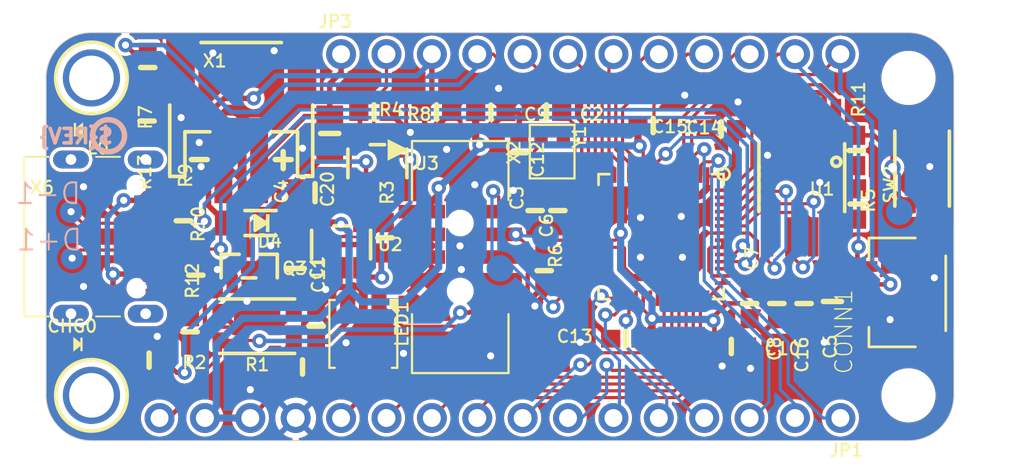
<source format=kicad_pcb>
(kicad_pcb (version 20221018) (generator pcbnew)
  (layers (0 "F.Cu" signal) (31 "B.Cu" signal) (34 "B.Paste" user) (35 "F.Paste" user) (36 "B.SilkS" user "B.Silkscreen") (37 "F.SilkS" user "F.Silkscreen") (38 "B.Mask" user) (39 "F.Mask" user) (44 "Edge.Cuts" user))
  (net 0 "")
  (net 1 "GND")
  (net 2 "MOSI")
  (net 3 "MISO")
  (net 4 "SCK")
  (net 5 "D24")
  (net 6 "A3")
  (net 7 "A2")
  (net 8 "A1")
  (net 9 "D11")
  (net 10 "D12")
  (net 11 "+3V3")
  (net 12 "VBUS")
  (net 13 "VBAT")
  (net 14 "N$2")
  (net 15 "D13")
  (net 16 "A0")
  (net 17 "N$1")
  (net 18 "N$3")
  (net 19 "N$4")
  (net 20 "SCL")
  (net 21 "SDA")
  (net 22 "D9")
  (net 23 "NEOPIX")
  (net 24 "D6")
  (net 25 "D5")
  (net 26 "D10")
  (net 27 "D+")
  (net 28 "D-")
  (net 29 "~{RESET}")
  (net 30 "EN")
  (net 31 "VHI")
  (net 32 "QSPI_DATA[0]")
  (net 33 "QSPI_DATA[1]")
  (net 34 "QSPI_SCK")
  (net 35 "QSPI_CS")
  (net 36 "QSPI_DATA[3]")
  (net 37 "QSPI_DATA[2]")
  (net 38 "D4")
  (net 39 "CC1")
  (net 40 "CC2")
  (net 41 "1.2V")
  (net 42 "SWCLK")
  (net 43 "SWDIO")
  (net 44 "TX")
  (net 45 "RX")
  (net 46 "N$5")
  (net 47 "N$6")
  (net 48 "D25")
  (net 49 "N$7")
  (net 50 "USB_D+")
  (net 51 "USB_D-")
  (net 52 "USBBOOT")
  (footprint "working:RP2040_TOP" (layer "F.Cu") (at 123.1011 116.4336)
    (fp_text reference "U$43" hide)
    (fp_text value "" hide)
  )
  (footprint "working:SOT23-5" (layer "F.Cu") (at 141.6431 100.9015)
    (fp_text reference "U3")
    (fp_text value "MCP73831T-2ACI/OT")
  )
  (footprint "working:0603-NO" (layer "F.Cu") (at 150.4696 103.5431 90)
    (fp_text reference "C12")
    (fp_text value "0.1uF")
  )
  (footprint "working:0603-NO" (layer "F.Cu") (at 138.2141 110.0201 90)
    (fp_text reference "C11")
    (fp_text value "0.1uF")
  )
  (footprint "working:CHIPLED_0603_NOOUTLINE" (layer "F.Cu") (at 124.9206 99.0111 90)
    (fp_text reference "L0")
    (fp_text value "RED")
  )
  (footprint "working:0603-NO" (layer "F.Cu") (at 128.8669 111.9251)
    (fp_text reference "R2")
    (fp_text value "10K")
  )
  (footprint "working:0603-NO" (layer "F.Cu") (at 131.1656 110.3376 90)
    (fp_text reference "R12")
    (fp_text value "5.1K")
  )
  (footprint "working:2X05_1.27MM_BOX_POSTS" (layer "F.Cu") (at 146.2786 106.1466 -90)
    (fp_text reference "X2")
    (fp_text value "")
  )
  (footprint "working:0603-NO" (layer "F.Cu") (at 141.4526 98.0186)
    (fp_text reference "R8")
    (fp_text value "5.1K")
  )
  (footprint "working:0805-NO" (layer "F.Cu") (at 138.9761 99.2251 -90)
    (fp_text reference "C20")
    (fp_text value "10µF")
  )
  (footprint "working:SOT23-R" (layer "F.Cu") (at 134.4676 106.6546)
    (fp_text reference "Q3")
    (fp_text value "DMG341")
  )
  (footprint "working:SOD-123" (layer "F.Cu") (at 135.1026 104.2416 180)
    (fp_text reference "D4")
    (fp_text value "MBR540")
  )
  (footprint "working:0805-NO" (layer "F.Cu") (at 137.0476 106.7866 -90)
    (fp_text reference "C1")
    (fp_text value "10µF")
  )
  (footprint "working:0603-NO" (layer "F.Cu") (at 168.4909 103.1748 -90)
    (fp_text reference "R5")
    (fp_text value "10K")
  )
  (footprint "working:0603-NO" (layer "F.Cu") (at 163.9951 108.7501 -90)
    (fp_text reference "C8")
    (fp_text value "1uF")
  )
  (footprint "working:FIDUCIAL_1MM" (layer "F.Cu") (at 133.8961 95.9866 -90)
    (fp_text reference "U$34" hide)
    (fp_text value "FIDUCIAL_1MM" hide)
  )
  (footprint "working:SOIC8_208MIL" (layer "F.Cu") (at 165.3921 101.7016 180)
    (fp_text reference "U1")
    (fp_text value "2MB Flash")
  )
  (footprint "working:0603-NO" (layer "F.Cu") (at 161.447393 111.155397)
    (fp_text reference "C10")
    (fp_text value "1uF")
  )
  (footprint "working:0603-NO" (layer "F.Cu") (at 168.4401 100.1776 90)
    (fp_text reference "R11")
    (fp_text value "1K")
  )
  (footprint "working:0603-NO" (layer "F.Cu") (at 131.4831 107.1626 90)
    (fp_text reference "R10")
    (fp_text value "27")
  )
  (footprint "working:0603-NO" (layer "F.Cu") (at 160.8836 98.9711 180)
    (fp_text reference "C15")
    (fp_text value "0.1uF")
  )
  (footprint "working:0603-NO" (layer "F.Cu") (at 147.9931 98.0313)
    (fp_text reference "C9")
    (fp_text value "0.1uF")
  )
  (footprint "working:0805-NO" (layer "F.Cu") (at 138.1541 102.5421 180)
    (fp_text reference "C4")
    (fp_text value "10µF")
  )
  (footprint "working:BTN_KMR2_4.6X2.8" (layer "F.Cu") (at 172.1231 101.1936 90)
    (fp_text reference "SW2")
    (fp_text value "KMR2")
  )
  (footprint "working:0603-NO" (layer "F.Cu") (at 128.7907 95.5294 -90)
    (fp_text reference "R7")
    (fp_text value "10K")
  )
  (footprint "working:0603-NO" (layer "F.Cu") (at 165.5191 108.7501 -90)
    (fp_text reference "C16")
    (fp_text value "0.1uF")
  )
  (footprint "working:0603-NO" (layer "F.Cu") (at 151.7396 103.5431 -90)
    (fp_text reference "R6")
    (fp_text value "1K")
  )
  (footprint "working:0603-NO" (layer "F.Cu") (at 149.5806 100.3046 -90)
    (fp_text reference "C3")
    (fp_text value "22pF")
  )
  (footprint "working:MOUNTINGHOLE_2.5_PLATED" (layer "F.Cu") (at 125.6411 96.1136 -90)
    (fp_text reference "U$31" hide)
    (fp_text value "MOUNTINGHOLE2.5" hide)
  )
  (footprint "working:0603-NO" (layer "F.Cu") (at 130.7846 104.1146 90)
    (fp_text reference "R9")
    (fp_text value "27")
  )
  (footprint "working:0603-NO" (layer "F.Cu") (at 144.9451 98.0186 180)
    (fp_text reference "R4")
    (fp_text value "10K")
  )
  (footprint "working:FIDUCIAL_1MM" (layer "F.Cu") (at 169.5033 115.6646 -90)
    (fp_text reference "U$35" hide)
    (fp_text value "FIDUCIAL_1MM" hide)
  )
  (footprint "working:QFN56_7MM_REDUCEDEPAD" (layer "F.Cu") (at 157.5181 105.0036 -90)
    (fp_text reference "IC1" hide)
    (fp_text value "RP2040_QFN56" hide)
  )
  (footprint "" (layer "F.Cu") (at 171.3611 113.8936)
    (fp_text reference "@HOLE1" hide)
    (fp_text value "")
  )
  (footprint "working:0603-NO" (layer "F.Cu") (at 155.5496 110.7186 180)
    (fp_text reference "C13")
    (fp_text value "0.1uF")
  )
  (footprint "working:0603-NO" (layer "F.Cu") (at 162.4711 108.7501 90)
    (fp_text reference "C7")
    (fp_text value "0.1uF")
  )
  (footprint "working:0603-NO" (layer "F.Cu") (at 157.0736 98.7806)
    (fp_text reference "C14")
    (fp_text value "0.1uF")
  )
  (footprint "working:0603-NO" (layer "F.Cu") (at 142.0622 105.0671 90)
    (fp_text reference "R3")
    (fp_text value "10K")
  )
  (footprint "working:MOUNTINGHOLE_2.5_PLATED" (layer "F.Cu") (at 125.6411 113.8936 -90)
    (fp_text reference "U$32" hide)
    (fp_text value "MOUNTINGHOLE2.5" hide)
  )
  (footprint "working:LED3535" (layer "F.Cu") (at 140.8557 110.4519 -90)
    (fp_text reference "LED1")
    (fp_text value "WS2812B3535")
  )
  (footprint "working:1X16_ROUND" (layer "F.Cu") (at 148.5011 115.1636 180)
    (fp_text reference "JP1")
    (fp_text value "")
  )
  (footprint "" (layer "F.Cu") (at 171.3611 96.1136)
    (fp_text reference "@HOLE0" hide)
    (fp_text value "")
  )
  (footprint "working:CHIPLED_0603_NOOUTLINE" (layer "F.Cu") (at 124.8791 111.0361 -90)
    (fp_text reference "CHG0")
    (fp_text value "ORANGE")
  )
  (footprint "working:JST_SH4" (layer "F.Cu") (at 171.3611 108.1786 90)
    (fp_text reference "CONN1")
    (fp_text value "STEMMA_I2C_QT" hide)
  )
  (footprint "working:0603-NO" (layer "F.Cu") (at 151.1046 98.0186)
    (fp_text reference "C2")
    (fp_text value "22pF")
  )
  (footprint "working:1X12_ROUND" (layer "F.Cu") (at 153.5811 94.7801)
    (fp_text reference "JP3")
    (fp_text value "")
  )
  (footprint "working:0603-NO" (layer "F.Cu") (at 137.4521 112.3061 180)
    (fp_text reference "R1")
    (fp_text value "10K")
  )
  (footprint "working:0603-NO" (layer "F.Cu") (at 150.9776 106.9086 90)
    (fp_text reference "C6")
    (fp_text value "0.1uF")
  )
  (footprint "working:SOT23-5@1" (layer "F.Cu") (at 139.6111 105.4481)
    (fp_text reference "U2")
    (fp_text value "AP2112-3.3")
  )
  (footprint "working:0805-NO" (layer "F.Cu") (at 167.1066 108.6358 -90)
    (fp_text reference "C5")
    (fp_text value "10uF")
  )
  (footprint "working:BTN_KMR2_4.6X2.8" (layer "F.Cu") (at 134.9121 110.0201 180)
    (fp_text reference "SW1" hide)
    (fp_text value "KMR2" hide)
  )
  (footprint "working:USB_C_CUSB31-CFM2AX-01-X" (layer "F.Cu") (at 125.7046 105.0036 -90)
    (fp_text reference "X6")
    (fp_text value "USB Type C")
  )
  (footprint "working:JSTPH2_BATT" (layer "F.Cu") (at 134.0231 97.1296)
    (fp_text reference "X1")
    (fp_text value "JSTPH")
  )
  (footprint "working:0603-NO" (layer "F.Cu") (at 128.7526 98.5266 -90)
    (fp_text reference "R13")
    (fp_text value "5.1K")
  )
  (footprint "working:CRYSTAL_2.5X2" (layer "F.Cu") (at 151.4221 100.2411 -90)
    (fp_text reference "Y1")
    (fp_text value "12MHZ")
  )
  (footprint "working:RP2040_BOT" (layer "B.Cu") (at 173.9011 116.4336 180)
    (fp_text reference "U$1" hide)
    (fp_text value "" hide)
  )
  (footprint "working:PCBFEAT-REV-040" (layer "B.Cu") (at 126.5936 99.3521 180)
    (fp_text reference "U$13" hide)
    (fp_text value "" hide)
  )
  (footprint "working:B1,27" (layer "B.Cu") (at 124.4981 103.6066 180)
    (fp_text reference "D-1")
    (fp_text value "TPB1,27")
  )
  (footprint "working:TESTPOINT_ROUND_1.5MM_NO" (layer "B.Cu") (at 148.5011 106.7816 180)
    (fp_text reference "TP1" hide)
    (fp_text value "" hide)
  )
  (footprint "working:TESTPOINT_ROUND_1.5MM_NO" (layer "B.Cu") (at 170.8531 103.6066 180)
    (fp_text reference "TP3" hide)
    (fp_text value "" hide)
  )
  (footprint "working:TESTPOINT_ROUND_1.5MM_NO" (layer "B.Cu") (at 151.0411 105.0036 180)
    (fp_text reference "TP2" hide)
    (fp_text value "" hide)
  )
  (footprint "working:B1,27" (layer "B.Cu") (at 124.5616 106.2101 180)
    (fp_text reference "D+1")
    (fp_text value "TPB1,27")
  )
  (gr_arc (start 173.9011 113.8936) (mid 173.157151 115.689651) (end 171.3611 116.4336) (stroke (width 0.05)) (layer "Edge.Cuts"))
  (gr_line (start 123.1011 96.1136) (end 123.1011 113.8936) (stroke (width 0.05)) (layer "Edge.Cuts"))
  (gr_line (start 173.9011 113.8936) (end 173.9011 96.1136) (stroke (width 0.05)) (layer "Edge.Cuts"))
  (gr_arc (start 125.6411 116.4336) (mid 123.845049 115.689651) (end 123.1011 113.8936) (stroke (width 0.05)) (layer "Edge.Cuts"))
  (gr_arc (start 123.1011 96.1136) (mid 123.845049 94.317549) (end 125.6411 93.5736) (stroke (width 0.05)) (layer "Edge.Cuts"))
  (gr_line (start 125.6411 116.4336) (end 171.3611 116.4336) (stroke (width 0.05)) (layer "Edge.Cuts"))
  (gr_line (start 171.3611 93.5736) (end 125.6411 93.5736) (stroke (width 0.05)) (layer "Edge.Cuts"))
  (gr_arc (start 171.3611 93.5736) (mid 173.157151 94.317549) (end 173.9011 96.1136) (stroke (width 0.05)) (layer "Edge.Cuts"))
  (gr_text "" (at 134.5311 113.3856) (layer "F.SilkS") (effects (font (size 0.89408 0.89408) (thickness 0.12192))))
  (segment (start 139.5476 107.5737) (end 139.2936 107.8277) (width 0.3048) (layer "F.Cu") (net 1))
  (segment (start 149.5806 99.4546) (end 149.5806 98.1456) (width 0.3048) (layer "F.Cu") (net 1))
  (segment (start 152.78735 97.28835) (end 152.2476 96.7486) (width 0.3048) (layer "F.Cu") (net 1))
  (segment (start 152.78735 98.11385) (end 152.78735 97.28835) (width 0.1778) (layer "F.Cu") (net 1))
  (segment (start 131.6613 110.6114) (end 129.3241 110.6114) (width 0.3048) (layer "F.Cu") (net 1))
  (segment (start 132.8621 109.2201) (end 132.8621 109.4106) (width 0.3048) (layer "F.Cu") (net 1))
  (segment (start 157.5181 105.0036) (end 157.4292 105.0036) (width 0.3048) (layer "F.Cu") (net 1))
  (segment (start 152.9461 103.4531) (end 152.9461 101.3206) (width 0.1778) (layer "F.Cu") (net 1))
  (segment (start 150.7522 108.5945) (end 150.4569 108.8898) (width 0.3048) (layer "F.Cu") (net 1))
  (segment (start 149.459981 96.7486) (end 149.409181 96.6978) (width 0.3048) (layer "F.Cu") (net 1))
  (segment (start 154.0681 104.0036) (end 153.4966 104.0036) (width 0.1778) (layer "F.Cu") (net 1))
  (segment (start 139.6111 106.7482) (end 139.5476 106.8117) (width 0.3048) (layer "F.Cu") (net 1))
  (segment (start 150.7522 108.509813) (end 150.7522 108.5945) (width 0.3048) (layer "F.Cu") (net 1))
  (segment (start 153.0731 98.3996) (end 152.78735 98.11385) (width 0.1778) (layer "F.Cu") (net 1))
  (segment (start 157.4292 105.0036) (end 156.3624 103.9368) (width 0.3048) (layer "F.Cu") (net 1))
  (segment (start 129.2496 108.2036) (end 129.4761 108.2036) (width 0.3048) (layer "F.Cu") (net 1))
  (segment (start 139.5476 106.8117) (end 139.5476 107.5737) (width 0.3048) (layer "F.Cu") (net 1))
  (segment (start 149.409181 96.6978) (end 148.4249 96.6978) (width 0.3048) (layer "F.Cu") (net 1))
  (segment (start 149.5806 98.1456) (end 149.4663 98.0313) (width 0.3048) (layer "F.Cu") (net 1))
  (segment (start 129.4761 108.2036) (end 130.1128 108.8403) (width 0.3048) (layer "F.Cu") (net 1))
  (segment (start 138.7475 107.9627) (end 138.7475 107.8277) (width 0.3048) (layer "F.Cu") (net 1))
  (segment (start 130.1128 108.8403) (end 130.1128 109.8227) (width 0.3048) (layer "F.Cu") (net 1))
  (segment (start 130.1128 109.8227) (end 129.3241 110.6114) (width 0.3048) (layer "F.Cu") (net 1))
  (segment (start 150.9776 107.7586) (end 150.9776 108.284413) (width 0.3048) (layer "F.Cu") (net 1))
  (segment (start 155.2779 103.9368) (end 156.3624 103.9368) (width 0.3048) (layer "F.Cu") (net 1))
  (segment (start 153.0096 97.5106) (end 152.78735 97.28835) (width 0.3048) (layer "F.Cu") (net 1))
  (segment (start 155.2779 103.9368) (end 155.2111 104.0036) (width 0.3048) (layer "F.Cu") (net 1))
  (segment (start 149.4663 98.0313) (end 148.8431 98.0313) (width 0.3048) (layer "F.Cu") (net 1))
  (segment (start 153.0731 101.1936) (end 153.0731 98.3996) (width 0.1778) (layer "F.Cu") (net 1))
  (segment (start 132.8621 109.4106) (end 131.6613 110.6114) (width 0.3048) (layer "F.Cu") (net 1))
  (segment (start 153.4966 104.0036) (end 152.9461 103.4531) (width 0.1778) (layer "F.Cu") (net 1))
  (segment (start 139.2936 107.8277) (end 138.7475 107.8277) (width 0.3048) (layer "F.Cu") (net 1))
  (segment (start 152.2476 96.7486) (end 149.459981 96.7486) (width 0.3048) (layer "F.Cu") (net 1))
  (segment (start 152.9461 101.3206) (end 153.0731 101.1936) (width 0.1778) (layer "F.Cu") (net 1))
  (segment (start 150.9776 108.284413) (end 150.7522 108.509813) (width 0.3048) (layer "F.Cu") (net 1))
  (segment (start 154.0681 104.0036) (end 155.2111 104.0036) (width 0.1778) (layer "F.Cu") (net 1))
  (via (at 158.7119 106.1593) (size 0.8064) (drill 0.4) (layers "F.Cu" "B.Cu") (net 1))
  (via (at 170.3324 109.6518) (size 0.8064) (drill 0.4) (layers "F.Cu" "B.Cu") (net 1))
  (via (at 145.5166 100.1141) (size 0.8064) (drill 0.4) (layers "F.Cu" "B.Cu") (net 1))
  (via (at 156.3624 103.9368) (size 0.8064) (drill 0.4) (layers "F.Cu" "B.Cu") (net 1))
  (via (at 147.0914 102.0953) (size 0.8064) (drill 0.4) (layers "F.Cu" "B.Cu") (net 1))
  (via (at 160.9344 112.2553) (size 0.8064) (drill 0.4) (layers "F.Cu" "B.Cu") (net 1))
  (via (at 135.8646 94.5896) (size 0.8064) (drill 0.4) (layers "F.Cu" "B.Cu") (net 1))
  (via (at 132.6896 106.8451) (size 0.8064) (drill 0.4) (layers "F.Cu" "B.Cu") (net 1))
  (via (at 131.6736 99.7331) (size 0.8064) (drill 0.4) (layers "F.Cu" "B.Cu") (net 1))
  (via (at 132.4356 94.7166) (size 0.8064) (drill 0.4) (layers "F.Cu" "B.Cu") (net 1))
  (via (at 158.8389 97.0788) (size 0.8064) (drill 0.4) (layers "F.Cu" "B.Cu") (net 1))
  (via (at 143.4846 99.1616) (size 0.8064) (drill 0.4) (layers "F.Cu" "B.Cu") (net 1))
  (via (at 135.6741 105.5116) (size 0.8064) (drill 0.4) (layers "F.Cu" "B.Cu") (net 1))
  (via (at 147.9804 111.6838) (size 0.8064) (drill 0.4) (layers "F.Cu" "B.Cu") (net 1))
  (via (at 166.3954 101.9683) (size 0.8064) (drill 0.4) (layers "F.Cu" "B.Cu") (net 1))
  (via (at 125.1966 102.2096) (size 0.8064) (drill 0.4) (layers "F.Cu" "B.Cu") (net 1))
  (via (at 138.7475 107.9627) (size 0.8064) (drill 0.4) (layers "F.Cu" "B.Cu") (net 1))
  (via (at 152.9969 110.9218) (size 0.8064) (drill 0.4) (layers "F.Cu" "B.Cu") (net 1))
  (via (at 148.4249 96.6978) (size 0.8064) (drill 0.4) (layers "F.Cu" "B.Cu") (net 1))
  (via (at 172.5549 101.0793) (size 0.8001) (drill 0.3937) (layers "F.Cu" "B.Cu") (net 1))
  (via (at 163.4744 100.4443) (size 0.8064) (drill 0.4) (layers "F.Cu" "B.Cu") (net 1))
  (via (at 143.1036 111.5441) (size 0.8064) (drill 0.4) (layers "F.Cu" "B.Cu") (net 1))
  (via (at 134.3406 108.6231) (size 0.8064) (drill 0.4) (layers "F.Cu" "B.Cu") (net 1))
  (via (at 156.3624 106.1593) (size 0.8064) (drill 0.4) (layers "F.Cu" "B.Cu") (net 1))
  (via (at 158.6484 103.8733) (size 0.8064) (drill 0.4) (layers "F.Cu" "B.Cu") (net 1))
  (via (at 149.2504 102.4128) (size 0.8064) (drill 0.4) (layers "F.Cu" "B.Cu") (net 1))
  (via (at 139.8905 110.9472) (size 0.8064) (drill 0.4) (layers "F.Cu" "B.Cu") (net 1))
  (via (at 130.6576 98.3361) (size 0.8064) (drill 0.4) (layers "F.Cu" "B.Cu") (net 1))
  (via (at 129.3241 110.5916) (size 0.8064) (drill 0.4) (layers "F.Cu" "B.Cu") (net 1))
  (via (at 134.5311 113.5761) (size 0.8064) (drill 0.4) (layers "F.Cu" "B.Cu") (net 1))
  (via (at 131.7752 101.0793) (size 0.8064) (drill 0.4) (layers "F.Cu" "B.Cu") (net 1))
  (via (at 137.4521 100.0506) (size 0.8064) (drill 0.4) (layers "F.Cu" "B.Cu") (net 1))
  (via (at 146.2659 105.5243) (size 0.8064) (drill 0.4) (layers "F.Cu" "B.Cu") (net 1))
  (via (at 125.1966 107.7976) (size 0.8064) (drill 0.4) (layers "F.Cu" "B.Cu") (net 1))
  (via (at 146.3421 106.8451) (size 0.8064) (drill 0.4) (layers "F.Cu" "B.Cu") (net 1))
  (via (at 172.8089 107.3023) (size 0.8001) (drill 0.3937) (layers "F.Cu" "B.Cu") (net 1))
  (via (at 150.4569 108.8898) (size 0.8064) (drill 0.4) (layers "F.Cu" "B.Cu") (net 1))
  (via (at 166.6494 110.9218) (size 0.8064) (drill 0.4) (layers "F.Cu" "B.Cu") (net 1))
  (via (at 161.8234 97.4598) (size 0.8064) (drill 0.4) (layers "F.Cu" "B.Cu") (net 1))
  (via (at 162.5219 112.3823) (size 0.8064) (drill 0.4) (layers "F.Cu" "B.Cu") (net 1))
  (segment (start 155.3181 108.975469) (end 154.9072 109.386369) (width 0.1778) (layer "F.Cu") (net 2))
  (segment (start 155.3181 108.4536) (end 155.3181 108.975469) (width 0.1778) (layer "F.Cu") (net 2))
  (segment (start 154.9072 109.386369) (end 154.3992 109.386369) (width 0.1778) (layer "F.Cu") (net 2))
  (via (at 154.3992 109.386369) (size 0.8064) (drill 0.4) (layers "F.Cu" "B.Cu") (net 2))
  (segment (start 157.8356 114.0206) (end 157.8356 114.9096) (width 0.1778) (layer "B.Cu") (net 2))
  (segment (start 154.3992 109.386369) (end 154.3992 110.5842) (width 0.1778) (layer "B.Cu") (net 2))
  (segment (start 157.8356 114.9096) (end 157.5816 115.1636) (width 0.1778) (layer "B.Cu") (net 2))
  (segment (start 157.8356 114.0206) (end 154.3992 110.5842) (width 0.1778) (layer "B.Cu") (net 2))
  (segment (start 157.5816 115.1636) (end 157.3911 115.1636) (width 0.1778) (layer "B.Cu") (net 2))
  (segment (start 155.7181 108.4536) (end 155.7181 109.5341) (width 0.1778) (layer "F.Cu") (net 3))
  (segment (start 155.7181 109.5341) (end 155.5496 109.7026) (width 0.1778) (layer "F.Cu") (net 3))
  (via (at 155.5496 109.7026) (size 0.8064) (drill 0.4) (layers "F.Cu" "B.Cu") (net 3))
  (segment (start 159.5501 115.1636) (end 155.5496 111.1631) (width 0.1778) (layer "B.Cu") (net 3))
  (segment (start 159.9311 115.1636) (end 159.5501 115.1636) (width 0.1778) (layer "B.Cu") (net 3))
  (segment (start 155.5496 109.7026) (end 155.5496 111.1631) (width 0.1778) (layer "B.Cu") (net 3))
  (segment (start 154.9181 108.4536) (end 154.3099 108.4536) (width 0.1778) (layer "F.Cu") (net 4))
  (segment (start 154.181287 108.324988) (end 154.3099 108.4536) (width 0.1778) (layer "F.Cu") (net 4))
  (via (at 154.181287 108.324988) (size 0.8064) (drill 0.4) (layers "F.Cu" "B.Cu") (net 4))
  (segment (start 153.7293 110.4858) (end 153.7293 108.6713) (width 0.1778) (layer "B.Cu") (net 4))
  (segment (start 155.189925 111.946425) (end 153.7293 110.4858) (width 0.1778) (layer "B.Cu") (net 4))
  (segment (start 154.075612 108.324988) (end 154.181287 108.324988) (width 0.1778) (layer "B.Cu") (net 4))
  (segment (start 155.189925 115.015275) (end 155.189925 111.946425) (width 0.1778) (layer "B.Cu") (net 4))
  (segment (start 155.0416 115.1636) (end 155.189925 115.015275) (width 0.1778) (layer "B.Cu") (net 4))
  (segment (start 155.0416 115.1636) (end 154.8511 115.1636) (width 0.1778) (layer "B.Cu") (net 4))
  (segment (start 153.7293 108.6713) (end 154.075612 108.324988) (width 0.1778) (layer "B.Cu") (net 4))
  (segment (start 157.7181 108.4536) (end 157.6848 108.4869) (width 0.1778) (layer "F.Cu") (net 5))
  (segment (start 154.124 111.5092) (end 153.454103 112.179097) (width 0.1778) (layer "F.Cu") (net 5))
  (segment (start 153.0096 112.1791) (end 153.454103 112.179097) (width 0.1778) (layer "F.Cu") (net 5))
  (segment (start 157.6848 108.4869) (end 157.6848 111.5092) (width 0.1778) (layer "F.Cu") (net 5))
  (segment (start 157.6848 111.5092) (end 154.124 111.5092) (width 0.1778) (layer "F.Cu") (net 5))
  (via (at 153.0096 112.1791) (size 0.8064) (drill 0.4) (layers "F.Cu" "B.Cu") (net 5))
  (segment (start 152.8191 112.1791) (end 149.8346 115.1636) (width 0.1778) (layer "B.Cu") (net 5))
  (segment (start 153.0096 112.1791) (end 152.8191 112.1791) (width 0.1778) (layer "B.Cu") (net 5))
  (segment (start 149.7711 115.1636) (end 149.8346 115.1636) (width 0.1778) (layer "B.Cu") (net 5))
  (segment (start 159.7181 108.4536) (end 159.7181 112.7731) (width 0.1778) (layer "F.Cu") (net 6))
  (segment (start 147.9931 114.0206) (end 147.2311 114.7826) (width 0.1778) (layer "F.Cu") (net 6))
  (segment (start 158.4706 114.0206) (end 147.9931 114.0206) (width 0.1778) (layer "F.Cu") (net 6))
  (segment (start 159.7181 112.7731) (end 158.4706 114.0206) (width 0.1778) (layer "F.Cu") (net 6))
  (segment (start 147.2311 114.7826) (end 147.2311 115.1636) (width 0.1778) (layer "F.Cu") (net 6))
  (segment (start 158.2801 113.6396) (end 146.2151 113.6396) (width 0.1778) (layer "F.Cu") (net 7))
  (segment (start 146.2151 113.6396) (end 144.6911 115.1636) (width 0.1778) (layer "F.Cu") (net 7))
  (segment (start 159.3181 108.4536) (end 159.3181 112.6016) (width 0.1778) (layer "F.Cu") (net 7))
  (segment (start 159.3181 112.6016) (end 158.2801 113.6396) (width 0.1778) (layer "F.Cu") (net 7))
  (segment (start 158.9181 108.4536) (end 158.9181 112.4301) (width 0.1778) (layer "F.Cu") (net 8))
  (segment (start 158.9181 112.4301) (end 158.0896 113.2586) (width 0.1778) (layer "F.Cu") (net 8))
  (segment (start 144.0561 113.2586) (end 142.1511 115.1636) (width 0.1778) (layer "F.Cu") (net 8))
  (segment (start 158.0896 113.2586) (end 144.0561 113.2586) (width 0.1778) (layer "F.Cu") (net 8))
  (segment (start 154.2193 96.6883) (end 154.2193 100.508494) (width 0.1778) (layer "F.Cu") (net 9))
  (segment (start 154.9181 101.5536) (end 154.9181 101.207294) (width 0.1778) (layer "F.Cu") (net 9))
  (segment (start 154.9181 101.207294) (end 154.2193 100.508494) (width 0.1778) (layer "F.Cu") (net 9))
  (segment (start 152.3111 94.7801) (end 154.2193 96.6883) (width 0.1778) (layer "F.Cu") (net 9))
  (segment (start 152.8905 95.9231) (end 150.9141 95.9231) (width 0.1778) (layer "F.Cu") (net 10))
  (segment (start 153.8383 96.8709) (end 152.8905 95.9231) (width 0.1778) (layer "F.Cu") (net 10))
  (segment (start 154.0681 101.1971) (end 153.8383 100.9673) (width 0.1778) (layer "F.Cu") (net 10))
  (segment (start 154.0681 101.1971) (end 154.0681 102.4036) (width 0.1778) (layer "F.Cu") (net 10))
  (segment (start 153.8383 96.8709) (end 153.8383 100.9673) (width 0.1778) (layer "F.Cu") (net 10))
  (segment (start 149.7711 94.7801) (end 150.9141 95.9231) (width 0.1778) (layer "F.Cu") (net 10))
  (segment (start 139.9807 108.7019) (end 139.9807 109.7775) (width 0.3048) (layer "F.Cu") (net 11))
  (segment (start 147.1431 99.6451) (end 147.3581 99.8601) (width 0.3048) (layer "F.Cu") (net 11))
  (segment (start 156.3116 99.9236) (end 156.2236 99.8356) (width 0.4064) (layer "F.Cu") (net 11))
  (segment (start 155.2535 104.9072) (end 154.9571 105.2036) (width 0.1778) (layer "F.Cu") (net 11))
  (segment (start 160.1851 106.9086) (end 160.2639 106.9874) (width 0.1778) (layer "F.Cu") (net 11))
  (segment (start 160.9681 107.2036) (end 160.9681 107.6036) (width 0.1778) (layer "F.Cu") (net 11))
  (segment (start 137.1981 113.5126) (end 138.3021 112.4086) (width 0.254) (layer "F.Cu") (net 11))
  (segment (start 160.9681 105.6036) (end 160.2836 105.6036) (width 0.1778) (layer "F.Cu") (net 11))
  (segment (start 145.0721 102.2731) (end 145.0721 102.6631) (width 0.4064) (layer "F.Cu") (net 11))
  (segment (start 160.5661 109.3851) (end 160.5661 109.5756) (width 0.254) (layer "F.Cu") (net 11))
  (segment (start 160.5026 109.7661) (end 160.4391 109.7026) (width 0.254) (layer "F.Cu") (net 11))
  (segment (start 157.0101 109.5756) (end 157.0101 110.1081) (width 0.4064) (layer "F.Cu") (net 11))
  (segment (start 161.16935 108.78185) (end 160.5661 109.3851) (width 0.254) (layer "F.Cu") (net 11))
  (segment (start 147.1431 98.0313) (end 147.1431 99.6451) (width 0.4064) (layer "F.Cu") (net 11))
  (segment (start 154.0681 105.2036) (end 154.9571 105.2036) (width 0.1778) (layer "F.Cu") (net 11))
  (segment (start 161.679481 100.905713) (end 161.679481 99.333525) (width 0.4064) (layer "F.Cu") (net 11))
  (segment (start 156.5181 101.5536) (end 156.5181 102.4796) (width 0.1778) (layer "F.Cu") (net 11))
  (segment (start 156.5181 102.4796) (end 156.7561 102.7176) (width 0.4064) (layer "F.Cu") (net 11))
  (segment (start 134.5311 115.1636) (end 136.1821 113.5126) (width 0.254) (layer "F.Cu") (net 11))
  (segment (start 156.2236 99.8356) (end 156.2236 98.7806) (width 0.4064) (layer "F.Cu") (net 11))
  (segment (start 145.0721 102.6631) (end 144.1286 103.6066) (width 0.4064) (layer "F.Cu") (net 11))
  (segment (start 139.9807 109.7775) (end 138.8881 110.8701) (width 0.3048) (layer "F.Cu") (net 11))
  (segment (start 160.1181 108.4536) (end 160.4796 108.0921) (width 0.1778) (layer "F.Cu") (net 11))
  (segment (start 138.2141 110.8701) (end 138.2141 112.2181) (width 0.254) (layer "F.Cu") (net 11))
  (segment (start 138.8881 110.8701) (end 138.2141 110.8701) (width 0.3048) (layer "F.Cu") (net 11))
  (segment (start 161.6701 98.9711) (end 161.493581 99.147622) (width 0.1778) (layer "F.Cu") (net 11))
  (segment (start 138.3021 112.4086) (end 138.3021 112.3061) (width 0.254) (layer "F.Cu") (net 11))
  (segment (start 160.5026 109.7661) (end 160.5026 110.932691) (width 0.254) (layer "F.Cu") (net 11))
  (segment (start 160.2836 105.6036) (end 160.1851 105.7021) (width 0.1778) (layer "F.Cu") (net 11))
  (segment (start 161.679481 99.333525) (end 161.493581 99.147622) (width 0.4064) (layer "F.Cu") (net 11))
  (segment (start 159.6771 102.7176) (end 160.1181 102.2766) (width 0.4064) (layer "F.Cu") (net 11))
  (segment (start 155.2535 104.8131) (end 155.2535 104.9072) (width 0.1778) (layer "F.Cu") (net 11))
  (segment (start 138.6611 104.148) (end 138.6611 102.9851) (width 0.4064) (layer "F.Cu") (net 11))
  (segment (start 165.5191 107.9001) (end 166.8923 107.9001) (width 0.254) (layer "F.Cu") (net 11))
  (segment (start 167.3606 105.0801) (end 167.2971 105.0166) (width 0.4064) (layer "F.Cu") (net 11))
  (segment (start 167.1066 107.6858) (end 167.1066 106.0983) (width 0.4064) (layer "F.Cu") (net 11))
  (segment (start 138.3021 112.3061) (end 138.2141 112.2181) (width 0.254) (layer "F.Cu") (net 11))
  (segment (start 157.0101 109.5756) (end 156.5181 109.0836) (width 0.1778) (layer "F.Cu") (net 11))
  (segment (start 168.4909 104.0248) (end 168.2889 104.0248) (width 0.4064) (layer "F.Cu") (net 11))
  (segment (start 160.2639 106.9874) (end 160.2639 107.014069) (width 0.1778) (layer "F.Cu") (net 11))
  (segment (start 150.4696 104.5836) (end 150.4696 104.3931) (width 0.1778) (layer "F.Cu") (net 11))
  (segment (start 168.1629 108.6786) (end 168.8471 108.6786) (width 0.4064) (layer "F.Cu") (net 11))
  (segment (start 151.0896 105.2036) (end 150.4696 104.5836) (width 0.1778) (layer "F.Cu") (net 11))
  (segment (start 167.3606 105.0801) (end 167.3606 105.8443) (width 0.4064) (layer "F.Cu") (net 11))
  (segment (start 156.7561 102.7176) (end 159.6771 102.7176) (width 0.4064) (layer "F.Cu") (net 11))
  (segment (start 160.968093 101.6171) (end 160.1816 101.6171) (width 0.1778) (layer "F.Cu") (net 11))
  (segment (start 160.968093 101.6171) (end 161.679481 100.905713) (width 0.4064) (layer "F.Cu") (net 11))
  (segment (start 167.3606 105.8443) (end 167.1066 106.0983) (width 0.4064) (layer "F.Cu") (net 11))
  (segment (start 138.6611 104.148) (end 138.7547 104.2416) (width 0.3048) (layer "F.Cu") (net 11))
  (segment (start 160.5661 109.5756) (end 160.4391 109.7026) (width 0.254) (layer "F.Cu") (net 11))
  (segment (start 160.2639 107.014069) (end 160.453431 107.2036) (width 0.1778) (layer "F.Cu") (net 11))
  (segment (start 161.1299 108.7424) (end 164.6768 108.7424) (width 0.254) (layer "F.Cu") (net 11))
  (segment (start 166.8923 107.9001) (end 167.1066 107.6858) (width 0.254) (layer "F.Cu") (net 11))
  (segment (start 168.2889 104.0248) (end 167.2971 105.0166) (width 0.4064) (layer "F.Cu") (net 11))
  (segment (start 161.1299 108.7424) (end 160.4796 108.0921) (width 0.254) (layer "F.Cu") (net 11))
  (segment (start 136.1821 113.5126) (end 137.1981 113.5126) (width 0.254) (layer "F.Cu") (net 11))
  (segment (start 139.547606 104.2416) (end 139.6111 104.3051) (width 0.3048) (layer "F.Cu") (net 11))
  (segment (start 168.1629 108.6786) (end 167.1701 107.6858) (width 0.4064) (layer "F.Cu") (net 11))
  (segment (start 154.0681 105.2036) (end 151.0896 105.2036) (width 0.1778) (layer "F.Cu") (net 11))
  (segment (start 160.9681 105.6036) (end 160.9681 105.2036) (width 0.2032) (layer "F.Cu") (net 11))
  (segment (start 164.6768 108.7424) (end 165.5191 107.9001) (width 0.254) (layer "F.Cu") (net 11))
  (segment (start 161.16935 108.78185) (end 161.1299 108.7424) (width 0.254) (layer "F.Cu") (net 11))
  (segment (start 156.5181 109.0836) (end 156.5181 108.4536) (width 0.1778) (layer "F.Cu") (net 11))
  (segment (start 138.6611 102.9851) (end 139.1041 102.5421) (width 0.3048) (layer "F.Cu") (net 11))
  (segment (start 160.597393 111.155397) (end 160.5026 110.932691) (width 0.254) (layer "F.Cu") (net 11))
  (segment (start 139.547606 104.2416) (end 138.7547 104.2416) (width 0.4064) (layer "F.Cu") (net 11))
  (segment (start 160.1181 101.5536) (end 160.1816 101.6171) (width 0.1778) (layer "F.Cu") (net 11))
  (segment (start 161.6701 98.9711) (end 161.7336 98.9711) (width 0.1778) (layer "F.Cu") (net 11))
  (segment (start 156.5181 99.9236) (end 156.5181 101.5536) (width 0.1778) (layer "F.Cu") (net 11))
  (segment (start 160.1851 105.7021) (end 160.1851 106.9086) (width 0.1778) (layer "F.Cu") (net 11))
  (segment (start 156.3116 99.9236) (end 156.5181 99.9236) (width 0.1778) (layer "F.Cu") (net 11))
  (segment (start 160.1181 102.2766) (end 160.1181 101.5536) (width 0.1778) (layer "F.Cu") (net 11))
  (segment (start 160.453431 107.2036) (end 160.9681 107.2036) (width 0.1778) (layer "F.Cu") (net 11))
  (segment (start 157.0101 110.1081) (end 156.3996 110.7186) (width 0.4064) (layer "F.Cu") (net 11))
  (segment (start 160.4796 108.0921) (end 160.9681 107.6036) (width 0.1778) (layer "F.Cu") (net 11))
  (segment (start 167.1066 107.6858) (end 167.1701 107.6858) (width 0.4064) (layer "F.Cu") (net 11))
  (via (at 147.3581 99.8601) (size 0.8064) (drill 0.4) (layers "F.Cu" "B.Cu") (net 11))
  (via (at 145.0721 102.2731) (size 0.8064) (drill 0.4) (layers "F.Cu" "B.Cu") (net 11))
  (via (at 155.2535 104.8131) (size 0.8064) (drill 0.4) (layers "F.Cu" "B.Cu") (net 11))
  (via (at 160.4391 109.7026) (size 0.8064) (drill 0.4) (layers "F.Cu" "B.Cu") (net 11))
  (via (at 156.3116 99.9236) (size 0.8064) (drill 0.4) (layers "F.Cu" "B.Cu") (net 11))
  (via (at 139.6111 104.3051) (size 0.8064) (drill 0.4) (layers "F.Cu" "B.Cu") (net 11))
  (via (at 157.0101 109.5756) (size 0.8064) (drill 0.4) (layers "F.Cu" "B.Cu") (net 11))
  (segment (start 145.0721 102.2731) (end 147.3581 99.9871) (width 0.4064) (layer "B.Cu") (net 11))
  (segment (start 155.2535 104.8131) (end 155.2535 99.8601) (width 0.4064) (layer "B.Cu") (net 11))
  (segment (start 138.4046 109.5756) (end 140.0556 107.9246) (width 0.4064) (layer "B.Cu") (net 11))
  (segment (start 140.0556 104.7496) (end 139.6111 104.3051) (width 0.4064) (layer "B.Cu") (net 11))
  (segment (start 160.4391 109.7026) (end 160.3756 109.6391) (width 0.4064) (layer "B.Cu") (net 11))
  (segment (start 155.2535 104.8131) (end 155.2535 106.821313) (width 0.4064) (layer "B.Cu") (net 11))
  (segment (start 145.0721 106.7181) (end 145.0721 102.2731) (width 0.4064) (layer "B.Cu") (net 11))
  (segment (start 157.0101 109.5756) (end 157.0101 108.577913) (width 0.4064) (layer "B.Cu") (net 11))
  (segment (start 147.3581 99.9871) (end 147.3581 99.8601) (width 0.4064) (layer "B.Cu") (net 11))
  (segment (start 155.3591 99.9236) (end 155.2956 99.8601) (width 0.4064) (layer "B.Cu") (net 11))
  (segment (start 155.3591 99.9236) (end 156.3116 99.9236) (width 0.4064) (layer "B.Cu") (net 11))
  (segment (start 140.0556 107.941332) (end 140.0556 107.9246) (width 0.3048) (layer "B.Cu") (net 11))
  (segment (start 132.6261 111.0361) (end 132.6261 114.5286) (width 0.4064) (layer "B.Cu") (net 11))
  (segment (start 140.769118 108.65485) (end 140.0556 107.941332) (width 0.4064) (layer "B.Cu") (net 11))
  (segment (start 140.0556 107.9246) (end 140.0556 104.7496) (width 0.4064) (layer "B.Cu") (net 11))
  (segment (start 143.13535 108.65485) (end 140.769118 108.65485) (width 0.4064) (layer "B.Cu") (net 11))
  (segment (start 134.5311 115.1636) (end 131.9911 115.1636) (width 0.4064) (layer "B.Cu") (net 11))
  (segment (start 157.0101 109.6391) (end 157.0101 109.5756) (width 0.1778) (layer "B.Cu") (net 11))
  (segment (start 160.3756 109.6391) (end 157.0101 109.6391) (width 0.4064) (layer "B.Cu") (net 11))
  (segment (start 134.0866 109.5756) (end 138.4046 109.5756) (width 0.4064) (layer "B.Cu") (net 11))
  (segment (start 143.13535 108.65485) (end 145.0721 106.7181) (width 0.4064) (layer "B.Cu") (net 11))
  (segment (start 155.2535 99.8601) (end 155.2956 99.8601) (width 0.1778) (layer "B.Cu") (net 11))
  (segment (start 147.3581 99.8601) (end 155.2535 99.8601) (width 0.4064) (layer "B.Cu") (net 11))
  (segment (start 134.0866 109.5756) (end 132.6261 111.0361) (width 0.4064) (layer "B.Cu") (net 11))
  (segment (start 132.6261 114.5286) (end 131.9911 115.1636) (width 0.4064) (layer "B.Cu") (net 11))
  (segment (start 157.0101 108.577913) (end 155.2535 106.821313) (width 0.4064) (layer "B.Cu") (net 11))
  (segment (start 129.779075 102.6036) (end 130.034337 102.348338) (width 0.3048) (layer "F.Cu") (net 12))
  (segment (start 130.034337 102.348338) (end 130.7846 102.348338) (width 0.3048) (layer "F.Cu") (net 12))
  (segment (start 124.5736 110.2741) (end 124.1291 110.7186) (width 0.3048) (layer "F.Cu") (net 12))
  (segment (start 129.2496 102.6036) (end 129.779075 102.6036) (width 0.3048) (layer "F.Cu") (net 12))
  (segment (start 126.8476 109.0041) (end 125.5776 110.2741) (width 0.3048) (layer "F.Cu") (net 12))
  (segment (start 132.1929 102.470688) (end 132.1929 103.266375) (width 0.3048) (layer "F.Cu") (net 12))
  (segment (start 124.1291 111.0361) (end 124.1291 110.7186) (width 0.3048) (layer "F.Cu") (net 12))
  (segment (start 144.6911 97.4226) (end 144.0951 98.0186) (width 0.3048) (layer "F.Cu") (net 12))
  (segment (start 126.8476 107.0991) (end 128.352125 107.0991) (width 0.3048) (layer "F.Cu") (net 12))
  (segment (start 128.656625 102.6036) (end 128.290025 102.9702) (width 0.3048) (layer "F.Cu") (net 12))
  (segment (start 132.07055 102.348338) (end 132.1929 102.470688) (width 0.3048) (layer "F.Cu") (net 12))
  (segment (start 133.0706 97.2566) (end 130.7846 99.5426) (width 0.3048) (layer "F.Cu") (net 12))
  (segment (start 125.5776 110.2741) (end 124.5736 110.2741) (width 0.3048) (layer "F.Cu") (net 12))
  (segment (start 144.6911 94.7801) (end 144.6911 97.4226) (width 0.3048) (layer "F.Cu") (net 12))
  (segment (start 133.6446 104.7386) (end 133.6446 107.5276) (width 0.3048) (layer "F.Cu") (net 12))
  (segment (start 130.7846 99.5426) (end 130.7846 102.348338) (width 0.3048) (layer "F.Cu") (net 12))
  (segment (start 133.6446 104.7386) (end 133.2526 104.3466) (width 0.3048) (layer "F.Cu") (net 12))
  (segment (start 128.656625 107.4036) (end 129.2496 107.4036) (width 0.3048) (layer "F.Cu") (net 12))
  (segment (start 129.2496 102.6036) (end 128.656625 102.6036) (width 0.3048) (layer "F.Cu") (net 12))
  (segment (start 142.9106 99.9189) (end 142.5931 99.6014) (width 0.3048) (layer "F.Cu") (net 12))
  (segment (start 143.9093 99.9189) (end 142.9106 99.9189) (width 0.3048) (layer "F.Cu") (net 12))
  (segment (start 133.2526 104.2416) (end 133.2526 104.3466) (width 0.3048) (layer "F.Cu") (net 12))
  (segment (start 128.290025 102.9702) (end 127.4461 102.9702) (width 0.3048) (layer "F.Cu") (net 12))
  (segment (start 126.8476 109.0041) (end 126.8476 107.0991) (width 0.3048) (layer "F.Cu") (net 12))
  (segment (start 134.7216 97.2566) (end 133.0706 97.2566) (width 0.3048) (layer "F.Cu") (net 12))
  (segment (start 133.6446 107.5276) (end 133.5176 107.6546) (width 0.3048) (layer "F.Cu") (net 12))
  (segment (start 128.656625 107.4036) (end 128.352125 107.0991) (width 0.3048) (layer "F.Cu") (net 12))
  (segment (start 130.7846 102.348338) (end 132.07055 102.348338) (width 0.3048) (layer "F.Cu") (net 12))
  (segment (start 133.1604 104.233875) (end 133.1604 104.2416) (width 0.3048) (layer "F.Cu") (net 12))
  (segment (start 133.1604 104.2416) (end 133.2526 104.2416) (width 0.3048) (layer "F.Cu") (net 12))
  (segment (start 144.2856 98.2091) (end 144.2856 99.5426) (width 0.3048) (layer "F.Cu") (net 12))
  (segment (start 144.0951 98.0186) (end 144.2856 98.2091) (width 0.3048) (layer "F.Cu") (net 12))
  (segment (start 144.2856 99.5426) (end 143.9093 99.9189) (width 0.3048) (layer "F.Cu") (net 12))
  (segment (start 132.1929 103.266375) (end 133.1604 104.233875) (width 0.3048) (layer "F.Cu") (net 12))
  (via (at 134.7216 97.2566) (size 0.8064) (drill 0.4) (layers "F.Cu" "B.Cu") (net 12))
  (via (at 126.8476 107.0991) (size 0.8064) (drill 0.4) (layers "F.Cu" "B.Cu") (net 12))
  (via (at 127.4461 102.9702) (size 0.8064) (drill 0.4) (layers "F.Cu" "B.Cu") (net 12))
  (segment (start 127.4461 102.9702) (end 126.5301 103.8862) (width 0.3048) (layer "B.Cu") (net 12))
  (segment (start 143.8656 95.9866) (end 144.6911 95.1611) (width 0.3048) (layer "B.Cu") (net 12))
  (segment (start 126.5301 103.8862) (end 126.5301 106.7816) (width 0.3048) (layer "B.Cu") (net 12))
  (segment (start 135.9916 95.9866) (end 143.8656 95.9866) (width 0.3048) (layer "B.Cu") (net 12))
  (segment (start 134.7216 97.2566) (end 135.9916 95.9866) (width 0.3048) (layer "B.Cu") (net 12))
  (segment (start 144.6911 95.1611) (end 144.6911 94.7801) (width 0.3048) (layer "B.Cu") (net 12))
  (segment (start 126.5301 106.7816) (end 126.8476 107.0991) (width 0.3048) (layer "B.Cu") (net 12))
  (segment (start 135.0231 100.8296) (end 137.5776 98.2751) (width 0.3048) (layer "F.Cu") (net 13))
  (segment (start 137.5776 98.2751) (end 138.9761 98.2751) (width 0.3048) (layer "F.Cu") (net 13))
  (segment (start 140.0563 100.931875) (end 140.0556 100.932575) (width 0.3048) (layer "F.Cu") (net 13))
  (segment (start 134.4676 105.6546) (end 134.3406 105.5276) (width 0.3048) (layer "F.Cu") (net 13))
  (segment (start 138.9761 96.4336) (end 138.9761 98.2751) (width 0.3048) (layer "F.Cu") (net 13))
  (segment (start 138.9761 98.2751) (end 140.0563 99.3553) (width 0.3048) (layer "F.Cu") (net 13))
  (segment (start 135.0231 101.7651) (end 134.3406 102.4476) (width 0.3048) (layer "F.Cu") (net 13))
  (segment (start 135.0231 100.8296) (end 135.0231 101.7651) (width 0.3048) (layer "F.Cu") (net 13))
  (segment (start 140.0563 99.3553) (end 140.0563 100.931875) (width 0.3048) (layer "F.Cu") (net 13))
  (segment (start 140.0556 103.033075) (end 140.184625 103.1621) (width 0.3048) (layer "F.Cu") (net 13))
  (segment (start 142.5931 102.911075) (end 142.5931 102.2016) (width 0.3048) (layer "F.Cu") (net 13))
  (segment (start 139.6111 94.7801) (end 139.6111 95.7986) (width 0.3048) (layer "F.Cu") (net 13))
  (segment (start 140.184625 103.1621) (end 142.342075 103.1621) (width 0.3048) (layer "F.Cu") (net 13))
  (segment (start 134.3406 102.4476) (end 134.3406 105.5276) (width 0.3048) (layer "F.Cu") (net 13))
  (segment (start 139.6111 95.7986) (end 138.9761 96.4336) (width 0.3048) (layer "F.Cu") (net 13))
  (segment (start 140.0556 100.932575) (end 140.0556 103.033075) (width 0.3048) (layer "F.Cu") (net 13))
  (segment (start 142.342075 103.1621) (end 142.5931 102.911075) (width 0.3048) (layer "F.Cu") (net 13))
  (segment (start 128.6235 96.5466) (end 128.7907 96.3794) (width 0.254) (layer "F.Cu") (net 14))
  (segment (start 128.302262 96.5466) (end 125.837762 99.0111) (width 0.254) (layer "F.Cu") (net 14))
  (segment (start 128.302262 96.5466) (end 128.6235 96.5466) (width 0.254) (layer "F.Cu") (net 14))
  (segment (start 125.6706 99.0111) (end 125.837762 99.0111) (width 0.254) (layer "F.Cu") (net 14))
  (segment (start 127.9534 94.6794) (end 127.5461 94.2721) (width 0.254) (layer "F.Cu") (net 15))
  (segment (start 149.6441 96.3041) (end 148.1201 94.7801) (width 0.1778) (layer "F.Cu") (net 15))
  (segment (start 148.1201 94.7801) (end 147.2311 94.7801) (width 0.1778) (layer "F.Cu") (net 15))
  (segment (start 152.6333 96.3041) (end 153.4541 97.1249) (width 0.1778) (layer "F.Cu") (net 15))
  (segment (start 153.3639 102.193132) (end 153.3639 102.614069) (width 0.1778) (layer "F.Cu") (net 15))
  (segment (start 154.0681 102.8036) (end 153.553431 102.8036) (width 0.1778) (layer "F.Cu") (net 15))
  (segment (start 153.4541 102.102932) (end 153.3639 102.193132) (width 0.1778) (layer "F.Cu") (net 15))
  (segment (start 153.553431 102.8036) (end 153.3639 102.614069) (width 0.1778) (layer "F.Cu") (net 15))
  (segment (start 128.7907 94.6794) (end 127.9534 94.6794) (width 0.254) (layer "F.Cu") (net 15))
  (segment (start 153.4541 97.1249) (end 153.4541 102.102932) (width 0.1778) (layer "F.Cu") (net 15))
  (segment (start 152.6333 96.3041) (end 149.6441 96.3041) (width 0.1778) (layer "F.Cu") (net 15))
  (via (at 127.5461 94.2721) (size 0.8064) (drill 0.4) (layers "F.Cu" "B.Cu") (net 15))
  (segment (start 133.4516 98.0186) (end 129.7051 94.2721) (width 0.254) (layer "B.Cu") (net 15))
  (segment (start 146.2151 96.4946) (end 147.2311 95.4786) (width 0.254) (layer "B.Cu") (net 15))
  (segment (start 147.2311 95.4786) (end 147.2311 94.7801) (width 0.254) (layer "B.Cu") (net 15))
  (segment (start 129.7051 94.2721) (end 127.5461 94.2721) (width 0.254) (layer "B.Cu") (net 15))
  (segment (start 134.9756 98.0186) (end 136.4996 96.4946) (width 0.254) (layer "B.Cu") (net 15))
  (segment (start 136.4996 96.4946) (end 146.2151 96.4946) (width 0.254) (layer "B.Cu") (net 15))
  (segment (start 134.9756 98.0186) (end 133.4516 98.0186) (width 0.254) (layer "B.Cu") (net 15))
  (segment (start 157.8991 112.8776) (end 143.6116 112.8776) (width 0.1778) (layer "F.Cu") (net 16))
  (segment (start 143.6116 112.8776) (end 142.5321 113.9571) (width 0.1778) (layer "F.Cu") (net 16))
  (segment (start 158.5181 108.4536) (end 158.5181 112.2586) (width 0.1778) (layer "F.Cu") (net 16))
  (segment (start 140.8176 113.9571) (end 139.6111 115.1636) (width 0.254) (layer "F.Cu") (net 16))
  (segment (start 158.5181 112.2586) (end 157.8991 112.8776) (width 0.1778) (layer "F.Cu") (net 16))
  (segment (start 142.5321 113.9571) (end 140.8176 113.9571) (width 0.1778) (layer "F.Cu") (net 16))
  (segment (start 127.7629 111.6711) (end 128.0169 111.9251) (width 0.254) (layer "F.Cu") (net 17))
  (segment (start 125.6291 111.0361) (end 125.645631 111.0361) (width 0.254) (layer "F.Cu") (net 17))
  (segment (start 127.7629 111.6711) (end 126.280625 111.6711) (width 0.254) (layer "F.Cu") (net 17))
  (segment (start 126.280625 111.6711) (end 125.645631 111.0361) (width 0.254) (layer "F.Cu") (net 17))
  (segment (start 130.8481 112.6236) (end 130.4154 112.6236) (width 0.254) (layer "F.Cu") (net 18))
  (segment (start 141.0081 100.7999) (end 141.0081 101.589719) (width 0.254) (layer "F.Cu") (net 18))
  (segment (start 130.4154 112.6236) (end 129.7169 111.9251) (width 0.254) (layer "F.Cu") (net 18))
  (segment (start 141.0081 101.589719) (end 140.6931 101.904719) (width 0.254) (layer "F.Cu") (net 18))
  (segment (start 140.6931 101.904719) (end 140.6931 102.2016) (width 0.254) (layer "F.Cu") (net 18))
  (via (at 130.8481 112.6236) (size 0.8064) (drill 0.4) (layers "F.Cu" "B.Cu") (net 18))
  (via (at 141.0081 100.7999) (size 0.8064) (drill 0.4) (layers "F.Cu" "B.Cu") (net 18))
  (segment (start 134.6581 104.2416) (end 138.0998 100.7999) (width 0.254) (layer "B.Cu") (net 18))
  (segment (start 141.0081 100.7999) (end 138.0998 100.7999) (width 0.254) (layer "B.Cu") (net 18))
  (segment (start 134.6581 104.2416) (end 134.6581 106.6546) (width 0.254) (layer "B.Cu") (net 18))
  (segment (start 130.8481 110.4646) (end 130.8481 112.6236) (width 0.254) (layer "B.Cu") (net 18))
  (segment (start 134.6581 106.6546) (end 130.8481 110.4646) (width 0.254) (layer "B.Cu") (net 18))
  (segment (start 140.6931 99.6014) (end 140.6661 99.5744) (width 0.254) (layer "F.Cu") (net 19))
  (segment (start 140.6026 98.0186) (end 140.6661 98.0821) (width 0.254) (layer "F.Cu") (net 19))
  (segment (start 140.6661 98.0821) (end 140.6661 99.5744) (width 0.254) (layer "F.Cu") (net 19))
  (segment (start 168.8471 106.6786) (end 168.908325 106.617375) (width 0.254) (layer "F.Cu") (net 20))
  (segment (start 168.908325 106.617375) (end 168.506187 106.227954) (width 0.254) (layer "F.Cu") (net 20))
  (segment (start 158.5371 101.5346) (end 158.5181 101.5536) (width 0.1778) (layer "F.Cu") (net 20))
  (segment (start 162.9156 95.9231) (end 161.128112 95.9231) (width 0.1778) (layer "F.Cu") (net 20))
  (segment (start 165.0111 94.7801) (end 164.0586 94.7801) (width 0.1778) (layer "F.Cu") (net 20))
  (segment (start 158.7849 99.974675) (end 158.5371 100.222475) (width 0.1778) (layer "F.Cu") (net 20))
  (segment (start 168.506187 106.227954) (end 168.502509 105.639691) (width 0.254) (layer "F.Cu") (net 20))
  (segment (start 158.5371 100.222475) (end 158.5371 101.5346) (width 0.1778) (layer "F.Cu") (net 20))
  (segment (start 164.0586 94.7801) (end 162.9156 95.9231) (width 0.1778) (layer "F.Cu") (net 20))
  (segment (start 161.128112 95.9231) (end 158.7849 98.266313) (width 0.1778) (layer "F.Cu") (net 20))
  (segment (start 158.7849 98.266313) (end 158.7849 99.974675) (width 0.1778) (layer "F.Cu") (net 20))
  (segment (start 168.5671 105.5751) (end 168.502509 105.639691) (width 0.254) (layer "F.Cu") (net 20))
  (via (at 168.5671 105.5751) (size 0.8064) (drill 0.4) (layers "F.Cu" "B.Cu") (net 20))
  (segment (start 165.0111 95.2881) (end 165.0111 94.7801) (width 0.2032) (layer "B.Cu") (net 20))
  (segment (start 168.5671 98.8441) (end 165.0111 95.2881) (width 0.2032) (layer "B.Cu") (net 20))
  (segment (start 168.5671 105.5751) (end 168.5671 98.8441) (width 0.2032) (layer "B.Cu") (net 20))
  (segment (start 163.1061 96.3041) (end 163.4871 95.9231) (width 0.1778) (layer "F.Cu") (net 21))
  (segment (start 159.2294 98.360632) (end 161.285931 96.3041) (width 0.1778) (layer "F.Cu") (net 21))
  (segment (start 166.4081 95.9231) (end 167.5511 94.7801) (width 0.1778) (layer "F.Cu") (net 21))
  (segment (start 166.4081 95.9231) (end 163.4871 95.9231) (width 0.1778) (layer "F.Cu") (net 21))
  (segment (start 170.1171 107.6786) (end 168.8471 107.6786) (width 0.254) (layer "F.Cu") (net 21))
  (segment (start 158.9181 100.380294) (end 159.2294 100.068994) (width 0.1778) (layer "F.Cu") (net 21))
  (segment (start 170.1251 107.6706) (end 170.1171 107.6786) (width 0.254) (layer "F.Cu") (net 21))
  (segment (start 158.9181 101.5536) (end 158.9181 100.380294) (width 0.1778) (layer "F.Cu") (net 21))
  (segment (start 170.3451 107.6706) (end 170.1251 107.6706) (width 0.254) (layer "F.Cu") (net 21))
  (segment (start 159.2294 100.068994) (end 159.2294 98.360632) (width 0.1778) (layer "F.Cu") (net 21))
  (segment (start 161.285931 96.3041) (end 163.1061 96.3041) (width 0.1778) (layer "F.Cu") (net 21))
  (via (at 170.3451 107.6706) (size 0.8064) (drill 0.4) (layers "F.Cu" "B.Cu") (net 21))
  (segment (start 170.3451 107.480104) (end 169.329103 106.464107) (width 0.254) (layer "B.Cu") (net 21))
  (segment (start 170.3451 107.480104) (end 170.3451 107.6706) (width 0.254) (layer "B.Cu") (net 21))
  (segment (start 167.5511 94.7801) (end 167.5511 96.8121) (width 0.254) (layer "B.Cu") (net 21))
  (segment (start 167.5511 96.8121) (end 169.3291 98.5901) (width 0.254) (layer "B.Cu") (net 21))
  (segment (start 169.3291 98.5901) (end 169.329103 106.464107) (width 0.254) (layer "B.Cu") (net 21))
  (segment (start 156.7561 94.7801) (end 157.3911 94.7801) (width 0.1778) (layer "F.Cu") (net 22))
  (segment (start 155.7181 100.8541) (end 155.7181 101.5536) (width 0.1778) (layer "F.Cu") (net 22))
  (segment (start 156.7561 94.7801) (end 154.9813 96.5549) (width 0.1778) (layer "F.Cu") (net 22))
  (segment (start 154.9813 96.5549) (end 154.9813 100.1173) (width 0.1778) (layer "F.Cu") (net 22))
  (segment (start 154.9813 100.1173) (end 155.7181 100.8541) (width 0.1778) (layer "F.Cu") (net 22))
  (segment (start 152.6286 107.638919) (end 152.6286 109.290782) (width 0.1778) (layer "F.Cu") (net 23))
  (segment (start 154.0491 107.1846) (end 154.0681 107.2036) (width 0.1778) (layer "F.Cu") (net 23))
  (segment (start 143.0489 110.0201) (end 141.7307 108.7019) (width 0.1778) (layer "F.Cu") (net 23))
  (segment (start 153.082918 107.1846) (end 152.6286 107.638919) (width 0.1778) (layer "F.Cu") (net 23))
  (segment (start 153.082918 107.1846) (end 154.0491 107.1846) (width 0.1778) (layer "F.Cu") (net 23))
  (segment (start 152.6286 109.290782) (end 151.899281 110.0201) (width 0.1778) (layer "F.Cu") (net 23))
  (segment (start 151.899281 110.0201) (end 143.0489 110.0201) (width 0.1778) (layer "F.Cu") (net 23))
  (segment (start 156.1181 100.6826) (end 156.1181 101.5536) (width 0.1778) (layer "F.Cu") (net 24))
  (segment (start 155.3623 99.9268) (end 156.1181 100.6826) (width 0.1778) (layer "F.Cu") (net 24))
  (segment (start 155.3623 97.8249) (end 155.3623 99.9268) (width 0.1778) (layer "F.Cu") (net 24))
  (segment (start 158.9786 94.7801) (end 156.9466 96.8121) (width 0.1778) (layer "F.Cu") (net 24))
  (segment (start 156.3751 96.8121) (end 156.9466 96.8121) (width 0.1778) (layer "F.Cu") (net 24))
  (segment (start 156.3751 96.8121) (end 155.3623 97.8249) (width 0.1778) (layer "F.Cu") (net 24))
  (segment (start 158.9786 94.7801) (end 159.9311 94.7801) (width 0.1778) (layer "F.Cu") (net 24))
  (segment (start 156.9181 101.5536) (end 156.9181 100.264488) (width 0.1778) (layer "F.Cu") (net 25))
  (segment (start 156.9181 100.264488) (end 157.1194 100.063188) (width 0.1778) (layer "F.Cu") (net 25))
  (segment (start 158.8262 95.885) (end 160.5407 95.885) (width 0.1778) (layer "F.Cu") (net 25))
  (segment (start 161.6456 94.7801) (end 160.5407 95.885) (width 0.1778) (layer "F.Cu") (net 25))
  (segment (start 157.1194 97.5918) (end 158.8262 95.885) (width 0.1778) (layer "F.Cu") (net 25))
  (segment (start 157.1194 100.063188) (end 157.1194 97.5918) (width 0.1778) (layer "F.Cu") (net 25))
  (segment (start 161.6456 94.7801) (end 162.4711 94.7801) (width 0.1778) (layer "F.Cu") (net 25))
  (segment (start 154.6003 95.0309) (end 154.8511 94.7801) (width 0.1778) (layer "F.Cu") (net 26))
  (segment (start 155.3181 100.992919) (end 154.6003 100.275119) (width 0.1778) (layer "F.Cu") (net 26))
  (segment (start 154.6003 100.275119) (end 154.6003 95.0309) (width 0.1778) (layer "F.Cu") (net 26))
  (segment (start 155.3181 101.5536) (end 155.3181 100.992919) (width 0.1778) (layer "F.Cu") (net 26))
  (segment (start 160.9681 106.0036) (end 161.598093 106.0036) (width 0.1778) (layer "F.Cu") (net 27))
  (segment (start 131.993706 105.699494) (end 131.4831 106.2101) (width 0.1778) (layer "F.Cu") (net 27))
  (segment (start 162.0901 105.5116) (end 161.899603 105.702097) (width 0.1778) (layer "F.Cu") (net 27))
  (segment (start 132.8816 105.699494) (end 131.993706 105.699494) (width 0.1778) (layer "F.Cu") (net 27))
  (segment (start 161.598093 106.0036) (end 161.899596 105.702097) (width 0.1778) (layer "F.Cu") (net 27))
  (segment (start 131.4831 106.3126) (end 131.4831 106.2101) (width 0.1778) (layer "F.Cu") (net 27))
  (segment (start 161.899603 105.702097) (end 161.899596 105.702097) (width 0.1778) (layer "F.Cu") (net 27))
  (via (at 132.8816 105.699494) (size 0.8064) (drill 0.4) (layers "F.Cu" "B.Cu") (net 27))
  (via (at 162.0901 105.5116) (size 0.8064) (drill 0.4) (layers "F.Cu" "B.Cu") (net 27))
  (segment (start 162.3441 105.3211) (end 162.344096 99.923604) (width 0.2032) (layer "B.Cu") (net 27))
  (segment (start 137.45209 98.33611) (end 160.756603 98.33611) (width 0.2032) (layer "B.Cu") (net 27))
  (segment (start 132.8816 105.699494) (end 132.880134 105.70096) (width 0.2032) (layer "B.Cu") (net 27))
  (segment (start 132.880134 105.70096) (end 132.8801 102.9081) (width 0.2032) (layer "B.Cu") (net 27))
  (segment (start 132.8801 102.9081) (end 137.45209 98.33611) (width 0.2032) (layer "B.Cu") (net 27))
  (segment (start 162.3441 105.3211) (end 162.1536 105.5116) (width 0.2032) (layer "B.Cu") (net 27))
  (segment (start 162.0901 105.5116) (end 162.1536 105.5116) (width 0.2032) (layer "B.Cu") (net 27))
  (segment (start 162.344096 99.923604) (end 160.756603 98.33611) (width 0.2032) (layer "B.Cu") (net 27))
  (segment (start 131.961906 104.143794) (end 131.082712 103.2646) (width 0.2032) (layer "F.Cu") (net 28))
  (segment (start 162.0931 106.4036) (end 162.2171 106.5276) (width 0.1778) (layer "F.Cu") (net 28))
  (segment (start 131.082712 103.2646) (end 130.7846 103.2646) (width 0.2032) (layer "F.Cu") (net 28))
  (segment (start 160.9681 106.4036) (end 162.0931 106.4036) (width 0.1778) (layer "F.Cu") (net 28))
  (via (at 131.961906 104.143794) (size 0.8064) (drill 0.4) (layers "F.Cu" "B.Cu") (net 28))
  (via (at 162.2171 106.5276) (size 0.8064) (drill 0.4) (layers "F.Cu" "B.Cu") (net 28))
  (segment (start 160.922762 97.8916) (end 137.2456 97.8916) (width 0.2032) (layer "B.Cu") (net 28))
  (segment (start 131.961906 103.175294) (end 131.961906 104.143794) (width 0.2032) (layer "B.Cu") (net 28))
  (segment (start 137.2456 97.8916) (end 131.961906 103.175294) (width 0.2032) (layer "B.Cu") (net 28))
  (segment (start 162.7886 106.0196) (end 162.2806 106.5276) (width 0.2032) (layer "B.Cu") (net 28))
  (segment (start 162.2171 106.5276) (end 162.2806 106.5276) (width 0.2032) (layer "B.Cu") (net 28))
  (segment (start 162.7886 99.757438) (end 160.922762 97.8916) (width 0.2032) (layer "B.Cu") (net 28))
  (segment (start 162.7886 106.0196) (end 162.7886 99.757438) (width 0.2032) (layer "B.Cu") (net 28))
  (segment (start 150.258812 109.6391) (end 149.787 109.167288) (width 0.1778) (layer "F.Cu") (net 29))
  (segment (start 132.8621 110.8201) (end 135.4836 110.8201) (width 0.1778) (layer "F.Cu") (net 29))
  (segment (start 152.9251 106.8036) (end 152.2476 107.4811) (width 0.1778) (layer "F.Cu") (net 29))
  (segment (start 129.9591 115.1636) (end 131.5856 113.5371) (width 0.254) (layer "F.Cu") (net 29))
  (segment (start 135.0391 110.8456) (end 135.4581 110.8456) (width 0.1778) (layer "F.Cu") (net 29))
  (segment (start 149.3266 108.6866) (end 148.4286 108.6866) (width 0.1778) (layer "F.Cu") (net 29))
  (segment (start 151.7396 109.6391) (end 150.258812 109.6391) (width 0.1778) (layer "F.Cu") (net 29))
  (segment (start 152.2476 107.4811) (end 152.2476 109.1311) (width 0.1778) (layer "F.Cu") (net 29))
  (segment (start 147.790296 108.6866) (end 148.4286 108.6866) (width 0.254) (layer "F.Cu") (net 29))
  (segment (start 136.6021 112.3061) (end 136.6021 111.1801) (width 0.254) (layer "F.Cu") (net 29))
  (segment (start 154.0681 106.8036) (end 152.9251 106.8036) (width 0.1778) (layer "F.Cu") (net 29))
  (segment (start 149.787 109.167288) (end 149.787 109.147) (width 0.1778) (layer "F.Cu") (net 29))
  (segment (start 135.4836 110.8201) (end 136.9621 110.8201) (width 0.1778) (layer "F.Cu") (net 29))
  (segment (start 136.6021 111.1801) (end 136.9621 110.8201) (width 0.254) (layer "F.Cu") (net 29))
  (segment (start 132.8621 110.8201) (end 132.8621 111.6646) (width 0.1778) (layer "F.Cu") (net 29))
  (segment (start 147.744606 108.6612) (end 146.78419 109.2581) (width 0.254) (layer "F.Cu") (net 29))
  (segment (start 135.4581 110.8456) (end 135.4836 110.8201) (width 0.1778) (layer "F.Cu") (net 29))
  (segment (start 129.4511 115.1636) (end 129.9591 115.1636) (width 0.254) (layer "F.Cu") (net 29))
  (segment (start 149.787 109.147) (end 149.3266 108.6866) (width 0.1778) (layer "F.Cu") (net 29))
  (segment (start 131.5856 112.9411) (end 131.5856 113.5371) (width 0.254) (layer "F.Cu") (net 29))
  (segment (start 146.2786 109.2581) (end 146.78419 109.2581) (width 0.254) (layer "F.Cu") (net 29))
  (segment (start 147.790296 108.6866) (end 147.744606 108.6612) (width 0.254) (layer "F.Cu") (net 29))
  (segment (start 152.2476 109.1311) (end 151.7396 109.6391) (width 0.1778) (layer "F.Cu") (net 29))
  (segment (start 132.8621 111.6646) (end 131.5856 112.9411) (width 0.1778) (layer "F.Cu") (net 29))
  (via (at 135.0391 110.8456) (size 0.8064) (drill 0.4) (layers "F.Cu" "B.Cu") (net 29))
  (via (at 146.2786 109.2581) (size 0.8064) (drill 0.4) (layers "F.Cu" "B.Cu") (net 29))
  (segment (start 146.2786 109.2581) (end 145.3261 110.2106) (width 0.254) (layer "B.Cu") (net 29))
  (segment (start 138.9126 110.8456) (end 139.5476 110.2106) (width 0.254) (layer "B.Cu") (net 29))
  (segment (start 145.3261 110.2106) (end 139.5476 110.2106) (width 0.254) (layer "B.Cu") (net 29))
  (segment (start 138.9126 110.8456) (end 135.0391 110.8456) (width 0.254) (layer "B.Cu") (net 29))
  (segment (start 141.4349 100.012869) (end 141.917131 100.4951) (width 0.1778) (layer "F.Cu") (net 30))
  (segment (start 140.5611 106.7482) (end 141.0635 107.2506) (width 0.254) (layer "F.Cu") (net 30))
  (segment (start 143.4846 100.6856) (end 143.2941 100.4951) (width 0.1778) (layer "F.Cu") (net 30))
  (segment (start 143.2941 100.4951) (end 141.917131 100.4951) (width 0.1778) (layer "F.Cu") (net 30))
  (segment (start 140.5611 107.2896) (end 141.8971 107.2896) (width 0.254) (layer "F.Cu") (net 30))
  (segment (start 141.8311 106.1482) (end 141.8311 107.2506) (width 0.254) (layer "F.Cu") (net 30))
  (segment (start 142.1511 96.628432) (end 141.4349 97.344632) (width 0.1778) (layer "F.Cu") (net 30))
  (segment (start 141.8311 106.1482) (end 142.0622 105.9171) (width 0.254) (layer "F.Cu") (net 30))
  (segment (start 140.5611 106.7482) (end 140.5611 107.2896) (width 0.254) (layer "F.Cu") (net 30))
  (segment (start 142.1511 94.7801) (end 142.1511 96.628432) (width 0.1778) (layer "F.Cu") (net 30))
  (segment (start 141.4349 97.344632) (end 141.4349 100.012869) (width 0.1778) (layer "F.Cu") (net 30))
  (segment (start 141.8311 107.2506) (end 141.0635 107.2506) (width 0.254) (layer "F.Cu") (net 30))
  (via (at 143.4846 100.6856) (size 0.8064) (drill 0.4) (layers "F.Cu" "B.Cu") (net 30))
  (via (at 141.8971 107.2896) (size 0.8064) (drill 0.4) (layers "F.Cu" "B.Cu") (net 30))
  (segment (start 141.8971 104.6861) (end 143.4846 103.0986) (width 0.254) (layer "B.Cu") (net 30))
  (segment (start 141.8971 107.2896) (end 141.8971 104.6861) (width 0.254) (layer "B.Cu") (net 30))
  (segment (start 143.4846 103.0986) (end 143.4846 100.6856) (width 0.254) (layer "B.Cu") (net 30))
  (segment (start 138.6611 106.7482) (end 138.6611 105.4481) (width 0.3048) (layer "F.Cu") (net 31))
  (segment (start 137.4361 105.4481) (end 137.0476 105.8366) (width 0.3048) (layer "F.Cu") (net 31))
  (segment (start 136.9366 105.8366) (end 135.4176 107.3556) (width 0.3048) (layer "F.Cu") (net 31))
  (segment (start 141.9851 104.2171) (end 140.7541 105.4481) (width 0.3048) (layer "F.Cu") (net 31))
  (segment (start 135.4176 107.6546) (end 135.4176 107.3556) (width 0.3048) (layer "F.Cu") (net 31))
  (segment (start 137.0476 105.8366) (end 136.9366 105.8366) (width 0.3048) (layer "F.Cu") (net 31))
  (segment (start 142.0622 104.2171) (end 141.9851 104.2171) (width 0.3048) (layer "F.Cu") (net 31))
  (segment (start 137.0476 105.8366) (end 137.0476 104.3366) (width 0.3048) (layer "F.Cu") (net 31))
  (segment (start 138.6611 105.4481) (end 137.4361 105.4481) (width 0.3048) (layer "F.Cu") (net 31))
  (segment (start 137.0476 104.3366) (end 136.9526 104.2416) (width 0.3048) (layer "F.Cu") (net 31))
  (segment (start 138.6611 105.4481) (end 140.7541 105.4481) (width 0.3048) (layer "F.Cu") (net 31))
  (segment (start 160.9681 103.6036) (end 161.9026 103.6036) (width 0.1778) (layer "F.Cu") (net 32))
  (segment (start 163.8681 106.7816) (end 163.8681 106.7311) (width 0.1778) (layer "F.Cu") (net 32))
  (segment (start 163.8681 106.7311) (end 163.4871 106.3501) (width 0.1778) (layer "F.Cu") (net 32))
  (segment (start 163.0426 102.4636) (end 164.5031 102.4636) (width 0.1778) (layer "F.Cu") (net 32))
  (segment (start 161.9026 103.6036) (end 163.0426 102.4636) (width 0.1778) (layer "F.Cu") (net 32))
  (segment (start 163.4871 105.0166) (end 163.4871 106.3501) (width 0.1778) (layer "F.Cu") (net 32))
  (via (at 163.8681 106.7816) (size 0.8001) (drill 0.3937) (layers "F.Cu" "B.Cu") (net 32))
  (via (at 164.5031 102.4636) (size 0.8001) (drill 0.3937) (layers "F.Cu" "B.Cu") (net 32))
  (segment (start 164.5031 105.7021) (end 163.8681 106.3371) (width 0.1778) (layer "B.Cu") (net 32))
  (segment (start 164.5031 102.4636) (end 164.5031 105.7021) (width 0.1778) (layer "B.Cu") (net 32))
  (segment (start 163.8681 106.7816) (end 163.8681 106.3371) (width 0.1778) (layer "B.Cu") (net 32))
  (segment (start 164.1554 101.1981) (end 164.1554 96.9391) (width 0.1778) (layer "F.Cu") (net 33))
  (segment (start 164.0586 101.2949) (end 164.1554 101.1981) (width 0.1778) (layer "F.Cu") (net 33))
  (segment (start 164.1554 96.9391) (end 165.3286 96.9391) (width 0.1778) (layer "F.Cu") (net 33))
  (segment (start 161.574318 102.8036) (end 163.083018 101.2949) (width 0.1778) (layer "F.Cu") (net 33))
  (segment (start 160.9681 102.8036) (end 161.574318 102.8036) (width 0.1778) (layer "F.Cu") (net 33))
  (segment (start 163.083018 101.2949) (end 164.0586 101.2949) (width 0.1778) (layer "F.Cu") (net 33))
  (segment (start 165.3286 96.9391) (end 166.0271 97.6376) (width 0.1778) (layer "F.Cu") (net 33))
  (segment (start 166.0271 97.6376) (end 166.0271 98.3866) (width 0.2032) (layer "F.Cu") (net 33))
  (segment (start 160.9681 104.0036) (end 162.054265 104.0036) (width 0.1778) (layer "F.Cu") (net 34))
  (segment (start 164.7571 105.0166) (end 164.7571 106.0196) (width 0.1778) (layer "F.Cu") (net 34))
  (segment (start 162.895768 103.1621) (end 162.054265 104.0036) (width 0.1778) (layer "F.Cu") (net 34))
  (segment (start 165.93185 103.1621) (end 162.895768 103.1621) (width 0.1778) (layer "F.Cu") (net 34))
  (segment (start 165.4556 106.7181) (end 164.7571 106.0196) (width 0.1778) (layer "F.Cu") (net 34))
  (segment (start 165.93185 103.1621) (end 166.05885 103.0351) (width 0.1778) (layer "F.Cu") (net 34))
  (via (at 166.05885 103.0351) (size 0.8001) (drill 0.3937) (layers "F.Cu" "B.Cu") (net 34))
  (via (at 165.4556 106.7181) (size 0.8001) (drill 0.3937) (layers "F.Cu" "B.Cu") (net 34))
  (segment (start 166.05885 103.0351) (end 166.05885 106.11485) (width 0.1778) (layer "B.Cu") (net 34))
  (segment (start 165.4556 106.7181) (end 166.05885 106.11485) (width 0.1778) (layer "B.Cu") (net 34))
  (segment (start 168.4909 102.3248) (end 168.4909 101.2943) (width 0.254) (layer "F.Cu") (net 35))
  (segment (start 167.2971 98.3866) (end 167.2971 99.3521) (width 0.1778) (layer "F.Cu") (net 35))
  (segment (start 162.5981 101.154604) (end 161.349103 102.4036) (width 0.1778) (layer "F.Cu") (net 35))
  (segment (start 167.4241 99.4791) (end 167.4241 99.8465) (width 0.254) (layer "F.Cu") (net 35))
  (segment (start 167.2971 99.3521) (end 167.4241 99.4791) (width 0.1778) (layer "F.Cu") (net 35))
  (segment (start 168.4909 101.2943) (end 168.6814 101.1038) (width 0.254) (layer "F.Cu") (net 35))
  (segment (start 168.4528 101.0403) (end 168.4401 101.0276) (width 0.254) (layer "F.Cu") (net 35))
  (segment (start 160.9681 102.4036) (end 161.349103 102.4036) (width 0.1778) (layer "F.Cu") (net 35))
  (segment (start 167.4241 99.8465) (end 168.6814 101.1038) (width 0.254) (layer "F.Cu") (net 35))
  (segment (start 163.5506 96.4946) (end 166.4716 96.4946) (width 0.1778) (layer "F.Cu") (net 35))
  (segment (start 162.5981 101.154604) (end 162.5981 97.4471) (width 0.1778) (layer "F.Cu") (net 35))
  (segment (start 168.6814 101.1038) (end 168.7449 101.0403) (width 0.254) (layer "F.Cu") (net 35))
  (segment (start 162.5981 97.4471) (end 163.5506 96.4946) (width 0.1778) (layer "F.Cu") (net 35))
  (segment (start 167.2971 97.3201) (end 166.4716 96.4946) (width 0.1778) (layer "F.Cu") (net 35))
  (segment (start 167.2971 98.3866) (end 167.2971 97.3201) (width 0.1778) (layer "F.Cu") (net 35))
  (segment (start 168.7449 101.0403) (end 168.4528 101.0403) (width 0.254) (layer "F.Cu") (net 35))
  (segment (start 163.013128 103.6499) (end 165.4989 103.6499) (width 0.1778) (layer "F.Cu") (net 36))
  (segment (start 162.259428 104.4036) (end 163.013128 103.6499) (width 0.1778) (layer "F.Cu") (net 36))
  (segment (start 165.4989 103.6499) (end 166.0271 104.1781) (width 0.1778) (layer "F.Cu") (net 36))
  (segment (start 160.9681 104.4036) (end 162.259428 104.4036) (width 0.1778) (layer "F.Cu") (net 36))
  (segment (start 166.0271 104.1781) (end 166.0271 105.0166) (width 0.1778) (layer "F.Cu") (net 36))
  (segment (start 164.7571 101.6886) (end 163.2461 101.6886) (width 0.2032) (layer "F.Cu") (net 37))
  (segment (start 160.9681 103.2036) (end 161.7311 103.2036) (width 0.1778) (layer "F.Cu") (net 37))
  (segment (start 164.7571 98.3866) (end 164.7571 101.6886) (width 0.2032) (layer "F.Cu") (net 37))
  (segment (start 163.2461 101.6886) (end 161.7311 103.2036) (width 0.1778) (layer "F.Cu") (net 37))
  (segment (start 157.3181 100.8221) (end 157.7721 100.3681) (width 0.1778) (layer "F.Cu") (net 38))
  (segment (start 157.3181 101.5536) (end 157.3181 100.8221) (width 0.1778) (layer "F.Cu") (net 38))
  (via (at 157.7721 100.3681) (size 0.8001) (drill 0.3937) (layers "F.Cu" "B.Cu") (net 38))
  (segment (start 164.6301 113.220032) (end 164.6301 110.941785) (width 0.1778) (layer "B.Cu") (net 38))
  (segment (start 160.364987 99.444204) (end 158.696 99.4442) (width 0.1778) (layer "B.Cu") (net 38))
  (segment (start 160.999987 101.419) (end 160.7225 101.419) (width 0.1778) (layer "B.Cu") (net 38))
  (segment (start 161.392393 100.47161) (end 161.392396 101.026588) (width 0.1778) (layer "B.Cu") (net 38))
  (segment (start 160.7225 101.419) (end 160.7225 107.034185) (width 0.1778) (layer "B.Cu") (net 38))
  (segment (start 166.573668 115.1636) (end 164.6301 113.220032) (width 0.1778) (layer "B.Cu") (net 38))
  (segment (start 160.7225 107.034185) (end 164.6301 110.941785) (width 0.1778) (layer "B.Cu") (net 38))
  (segment (start 157.7721 100.3681) (end 158.696 99.4442) (width 0.1778) (layer "B.Cu") (net 38))
  (segment (start 161.392396 101.026588) (end 160.999987 101.419) (width 0.1778) (layer "B.Cu") (net 38))
  (segment (start 167.5511 115.1636) (end 166.573668 115.1636) (width 0.1778) (layer "B.Cu") (net 38))
  (segment (start 160.364987 99.444204) (end 161.392393 100.47161) (width 0.1778) (layer "B.Cu") (net 38))
  (segment (start 126.6571 103.2891) (end 127.1216 103.7536) (width 0.254) (layer "F.Cu") (net 39))
  (segment (start 128.7526 99.3766) (end 127.5851 99.3766) (width 0.254) (layer "F.Cu") (net 39))
  (segment (start 126.6571 100.3046) (end 126.6571 103.2891) (width 0.254) (layer "F.Cu") (net 39))
  (segment (start 127.1216 103.7536) (end 129.2496 103.7536) (width 0.254) (layer "F.Cu") (net 39))
  (segment (start 127.5851 99.3766) (end 126.6571 100.3046) (width 0.254) (layer "F.Cu") (net 39))
  (segment (start 131.1656 109.4876) (end 130.6576 108.9796) (width 0.254) (layer "F.Cu") (net 40))
  (segment (start 130.2131 107.0111) (end 130.2131 108.2176) (width 0.254) (layer "F.Cu") (net 40))
  (segment (start 130.6576 108.6621) (end 130.2131 108.2176) (width 0.254) (layer "F.Cu") (net 40))
  (segment (start 130.6576 108.6621) (end 130.6576 108.9796) (width 0.254) (layer "F.Cu") (net 40))
  (segment (start 129.9233 106.7213) (end 129.2819 106.7213) (width 0.254) (layer "F.Cu") (net 40))
  (segment (start 129.2496 106.7536) (end 129.2819 106.7213) (width 0.254) (layer "F.Cu") (net 40))
  (segment (start 130.2131 107.0111) (end 129.9233 106.7213) (width 0.254) (layer "F.Cu") (net 40))
  (segment (start 155.3591 105.7021) (end 155.3591 106.7816) (width 0.4064) (layer "F.Cu") (net 41))
  (segment (start 162.4711 107.9001) (end 163.9951 107.9001) (width 0.1778) (layer "F.Cu") (net 41))
  (segment (start 155.2606 105.6036) (end 155.3591 105.7021) (width 0.4064) (layer "F.Cu") (net 41))
  (segment (start 162.5541 107.8171) (end 162.4711 107.9001) (width 0.1778) (layer "F.Cu") (net 41))
  (segment (start 155.8671 107.2896) (end 159.0421 107.2896) (width 0.4064) (layer "F.Cu") (net 41))
  (segment (start 162.461593 104.8036) (end 162.9156 105.257607) (width 0.1778) (layer "F.Cu") (net 41))
  (segment (start 154.0681 105.6036) (end 155.2606 105.6036) (width 0.1778) (layer "F.Cu") (net 41))
  (segment (start 151.4326 105.6036) (end 150.9776 106.0586) (width 0.1778) (layer "F.Cu") (net 41))
  (segment (start 162.9156 107.4556) (end 162.5541 107.8171) (width 0.1778) (layer "F.Cu") (net 41))
  (segment (start 160.9681 106.8036) (end 161.5406 106.8036) (width 0.1778) (layer "F.Cu") (net 41))
  (segment (start 159.0421 107.2896) (end 159.6771 106.6546) (width 0.4064) (layer "F.Cu") (net 41))
  (segment (start 160.9681 104.8036) (end 160.0041 104.8036) (width 0.1778) (layer "F.Cu") (net 41))
  (segment (start 160.9681 104.8036) (end 162.461593 104.8036) (width 0.1778) (layer "F.Cu") (net 41))
  (segment (start 160.0041 104.8036) (end 159.6771 105.1306) (width 0.4064) (layer "F.Cu") (net 41))
  (segment (start 161.5406 106.8036) (end 162.5541 107.8171) (width 0.1778) (layer "F.Cu") (net 41))
  (segment (start 159.6771 106.6546) (end 159.6771 105.1306) (width 0.4064) (layer "F.Cu") (net 41))
  (segment (start 155.3591 106.7816) (end 155.8671 107.2896) (width 0.4064) (layer "F.Cu") (net 41))
  (segment (start 162.9156 105.257607) (end 162.9156 107.4556) (width 0.1778) (layer "F.Cu") (net 41))
  (segment (start 154.0681 105.6036) (end 151.4326 105.6036) (width 0.1778) (layer "F.Cu") (net 41))
  (segment (start 148.4286 104.8766) (end 149.3901 104.8766) (width 0.1778) (layer "F.Cu") (net 42))
  (segment (start 150.3216 106.8926) (end 150.0588 106.6298) (width 0.1778) (layer "F.Cu") (net 42))
  (segment (start 149.406268 104.8766) (end 149.3901 104.8766) (width 0.1778) (layer "F.Cu") (net 42))
  (segment (start 152.4806 106.0036) (end 151.5916 106.8926) (width 0.1778) (layer "F.Cu") (net 42))
  (segment (start 151.5916 106.8926) (end 150.3216 106.8926) (width 0.1778) (layer "F.Cu") (net 42))
  (segment (start 150.0588 105.529132) (end 149.406268 104.8766) (width 0.1778) (layer "F.Cu") (net 42))
  (segment (start 150.0588 106.6298) (end 150.0588 105.529132) (width 0.1778) (layer "F.Cu") (net 42))
  (segment (start 154.0681 106.0036) (end 152.4806 106.0036) (width 0.1778) (layer "F.Cu") (net 42))
  (via (at 149.3901 104.8766) (size 0.8001) (drill 0.3937) (layers "F.Cu" "B.Cu") (net 42))
  (segment (start 151.0411 105.0036) (end 149.4536 104.9401) (width 0.1778) (layer "B.Cu") (net 42))
  (segment (start 149.4536 104.9401) (end 149.3901 104.8766) (width 0.1778) (layer "B.Cu") (net 42))
  (segment (start 151.4856 108.9406) (end 151.4856 108.8136) (width 0.1778) (layer "F.Cu") (net 43))
  (segment (start 154.0681 106.4036) (end 152.7526 106.4036) (width 0.1778) (layer "F.Cu") (net 43))
  (segment (start 152.7526 106.4036) (end 151.8666 107.2896) (width 0.1778) (layer "F.Cu") (net 43))
  (segment (start 148.4286 103.6066) (end 148.4286 102.772097) (width 0.1778) (layer "F.Cu") (net 43))
  (segment (start 151.8666 108.4326) (end 151.4856 108.8136) (width 0.1778) (layer "F.Cu") (net 43))
  (segment (start 151.8666 107.2896) (end 151.8666 108.4326) (width 0.1778) (layer "F.Cu") (net 43))
  (segment (start 148.4286 102.772097) (end 148.1201 102.4636) (width 0.1778) (layer "F.Cu") (net 43))
  (via (at 148.1201 102.4636) (size 0.8064) (drill 0.4) (layers "F.Cu" "B.Cu") (net 43))
  (via (at 151.4856 108.9406) (size 0.8064) (drill 0.4) (layers "F.Cu" "B.Cu") (net 43))
  (segment (start 148.0566 102.5271) (end 148.0566 106.3371) (width 0.1778) (layer "B.Cu") (net 43))
  (segment (start 149.0726 106.5276) (end 148.6916 106.5276) (width 0.1778) (layer "B.Cu") (net 43))
  (segment (start 148.6916 106.5276) (end 148.6916 106.5911) (width 0.1778) (layer "B.Cu") (net 43))
  (segment (start 148.1201 102.4636) (end 148.0566 102.5271) (width 0.1778) (layer "B.Cu") (net 43))
  (segment (start 148.5011 106.7816) (end 148.6916 106.5911) (width 0.1778) (layer "B.Cu") (net 43))
  (segment (start 151.4856 108.9406) (end 149.0726 106.5276) (width 0.1778) (layer "B.Cu") (net 43))
  (segment (start 148.0566 106.3371) (end 148.5011 106.7816) (width 0.1778) (layer "B.Cu") (net 43))
  (segment (start 160.659 100.8126) (end 159.944431 100.8126) (width 0.1778) (layer "F.Cu") (net 44))
  (segment (start 159.944431 100.8126) (end 159.7371 101.019932) (width 0.1778) (layer "F.Cu") (net 44))
  (segment (start 159.7181 101.5536) (end 159.7371 101.5346) (width 0.1778) (layer "F.Cu") (net 44))
  (segment (start 160.659 100.8126) (end 160.7225 100.7491) (width 0.1778) (layer "F.Cu") (net 44))
  (segment (start 159.7371 101.5346) (end 159.7371 101.019932) (width 0.1778) (layer "F.Cu") (net 44))
  (via (at 160.7225 100.7491) (size 0.8064) (drill 0.4) (layers "F.Cu" "B.Cu") (net 44))
  (segment (start 165.2016 114.5921) (end 165.2016 115.0366) (width 0.1778) (layer "B.Cu") (net 44))
  (segment (start 160.3415 101.1301) (end 160.3415 107.255504) (width 0.1778) (layer "B.Cu") (net 44))
  (segment (start 160.3415 107.255504) (end 164.1856 111.099604) (width 0.1778) (layer "B.Cu") (net 44))
  (segment (start 165.0746 115.1636) (end 165.0111 115.1636) (width 0.1778) (layer "B.Cu") (net 44))
  (segment (start 160.7225 100.7491) (end 160.3415 101.1301) (width 0.1778) (layer "B.Cu") (net 44))
  (segment (start 165.2016 114.5921) (end 164.1856 113.5761) (width 0.1778) (layer "B.Cu") (net 44))
  (segment (start 165.2016 115.0366) (end 165.0746 115.1636) (width 0.1778) (layer "B.Cu") (net 44))
  (segment (start 164.1856 111.099604) (end 164.1856 113.5761) (width 0.1778) (layer "B.Cu") (net 44))
  (segment (start 159.2991 101.5346) (end 159.3181 101.5536) (width 0.1778) (layer "F.Cu") (net 45))
  (segment (start 159.723112 100.1141) (end 159.2991 100.538113) (width 0.1778) (layer "F.Cu") (net 45))
  (segment (start 159.9311 100.1141) (end 159.723112 100.1141) (width 0.1778) (layer "F.Cu") (net 45))
  (segment (start 159.2991 100.538113) (end 159.2991 101.5346) (width 0.1778) (layer "F.Cu") (net 45))
  (via (at 159.9311 100.1141) (size 0.8064) (drill 0.4) (layers "F.Cu" "B.Cu") (net 45))
  (segment (start 163.5506 114.2746) (end 162.6616 115.1636) (width 0.1778) (layer "B.Cu") (net 45))
  (segment (start 163.5506 111.0996) (end 163.5506 114.2746) (width 0.1778) (layer "B.Cu") (net 45))
  (segment (start 159.9311 107.4801) (end 159.9311 100.1141) (width 0.1778) (layer "B.Cu") (net 45))
  (segment (start 162.4711 115.1636) (end 162.6616 115.1636) (width 0.1778) (layer "B.Cu") (net 45))
  (segment (start 163.5506 111.0996) (end 159.9311 107.4801) (width 0.1778) (layer "B.Cu") (net 45))
  (segment (start 153.2426 104.4036) (end 152.5143 103.6753) (width 0.1778) (layer "F.Cu") (net 46))
  (segment (start 152.5143 101.5333) (end 152.5143 103.6753) (width 0.1778) (layer "F.Cu") (net 46))
  (segment (start 151.9546 98.0186) (end 152.6921 98.7561) (width 0.1778) (layer "F.Cu") (net 46))
  (segment (start 154.0681 104.4036) (end 153.2426 104.4036) (width 0.1778) (layer "F.Cu") (net 46))
  (segment (start 152.5143 101.5333) (end 152.0471 101.0661) (width 0.1778) (layer "F.Cu") (net 46))
  (segment (start 152.6921 100.4211) (end 152.0471 101.0661) (width 0.1778) (layer "F.Cu") (net 46))
  (segment (start 152.6921 98.7561) (end 152.6921 100.4211) (width 0.1778) (layer "F.Cu") (net 46))
  (segment (start 150.103431 101.8286) (end 151.2316 101.8286) (width 0.1778) (layer "F.Cu") (net 47))
  (segment (start 149.5806 101.1546) (end 149.5806 101.305769) (width 0.1778) (layer "F.Cu") (net 47))
  (segment (start 149.5806 101.059769) (end 149.5806 101.1546) (width 0.1778) (layer "F.Cu") (net 47))
  (segment (start 150.7971 99.843269) (end 149.5806 101.059769) (width 0.1778) (layer "F.Cu") (net 47))
  (segment (start 151.7396 102.3366) (end 151.7396 102.6931) (width 0.1778) (layer "F.Cu") (net 47))
  (segment (start 150.7971 99.4161) (end 150.7971 99.843269) (width 0.1778) (layer "F.Cu") (net 47))
  (segment (start 150.103431 101.8286) (end 149.5806 101.305769) (width 0.1778) (layer "F.Cu") (net 47))
  (segment (start 151.2316 101.8286) (end 151.7396 102.3366) (width 0.1778) (layer "F.Cu") (net 47))
  (segment (start 154.4701 112.1791) (end 154.7876 112.4966) (width 0.1778) (layer "F.Cu") (net 48))
  (segment (start 157.741281 112.4966) (end 158.1181 112.119782) (width 0.1778) (layer "F.Cu") (net 48))
  (segment (start 154.7876 112.4966) (end 157.741281 112.4966) (width 0.1778) (layer "F.Cu") (net 48))
  (segment (start 158.1181 112.119782) (end 158.1181 108.4536) (width 0.1778) (layer "F.Cu") (net 48))
  (via (at 154.4701 112.1791) (size 0.8064) (drill 0.4) (layers "F.Cu" "B.Cu") (net 48))
  (segment (start 153.073096 115.1636) (end 152.3111 115.1636) (width 0.1778) (layer "B.Cu") (net 48))
  (segment (start 154.470096 112.179104) (end 154.470096 112.4331) (width 0.1778) (layer "B.Cu") (net 48))
  (segment (start 154.4701 112.1791) (end 154.470096 112.179104) (width 0.1778) (layer "B.Cu") (net 48))
  (segment (start 154.470096 112.4331) (end 154.470096 113.7666) (width 0.1778) (layer "B.Cu") (net 48))
  (segment (start 154.470096 113.7666) (end 153.073096 115.1636) (width 0.1778) (layer "B.Cu") (net 48))
  (segment (start 152.1501 104.8036) (end 151.7396 104.3931) (width 0.1778) (layer "F.Cu") (net 49))
  (segment (start 154.0681 104.8036) (end 152.1501 104.8036) (width 0.1778) (layer "F.Cu") (net 49))
  (segment (start 129.2496 105.7536) (end 128.4231 105.7536) (width 0.1778) (layer "F.Cu") (net 50))
  (segment (start 129.2496 105.7536) (end 129.902768 105.7536) (width 0.1778) (layer "F.Cu") (net 50))
  (segment (start 128.4231 105.7536) (end 128.3081 105.6386) (width 0.1778) (layer "F.Cu") (net 50))
  (segment (start 130.7164 107.2459) (end 131.4831 108.0126) (width 0.1778) (layer "F.Cu") (net 50))
  (segment (start 128.4231 105.7536) (end 125.0181 105.7536) (width 0.1778) (layer "F.Cu") (net 50))
  (segment (start 128.3081 105.6386) (end 128.3081 104.8766) (width 0.1778) (layer "F.Cu") (net 50))
  (segment (start 128.3081 104.8766) (end 128.4311 104.7536) (width 0.1778) (layer "F.Cu") (net 50))
  (segment (start 129.902768 105.7536) (end 130.7164 106.567232) (width 0.1778) (layer "F.Cu") (net 50))
  (segment (start 130.7164 106.567232) (end 130.7164 107.2459) (width 0.1778) (layer "F.Cu") (net 50))
  (segment (start 128.4311 104.7536) (end 129.2496 104.7536) (width 0.1778) (layer "F.Cu") (net 50))
  (segment (start 125.0181 105.7536) (end 124.5616 106.2101) (width 0.1778) (layer "F.Cu") (net 50))
  (via (at 124.5616 106.2101) (size 0.8064) (drill 0.4) (layers "F.Cu" "B.Cu") (net 50))
  (segment (start 130.4956 105.2536) (end 130.7846 104.9646) (width 0.1778) (layer "F.Cu") (net 51))
  (segment (start 125.1451 104.2536) (end 124.4981 103.6066) (width 0.1778) (layer "F.Cu") (net 51))
  (segment (start 130.0736 104.2536) (end 130.7846 104.9646) (width 0.1778) (layer "F.Cu") (net 51))
  (segment (start 129.2496 104.2536) (end 130.0736 104.2536) (width 0.1778) (layer "F.Cu") (net 51))
  (segment (start 129.2496 104.2536) (end 125.1451 104.2536) (width 0.1778) (layer "F.Cu") (net 51))
  (segment (start 129.2496 105.2536) (end 130.4956 105.2536) (width 0.1778) (layer "F.Cu") (net 51))
  (via (at 124.4981 103.6066) (size 0.8064) (drill 0.4) (layers "F.Cu" "B.Cu") (net 51))
  (segment (start 170.4721 101.2571) (end 170.4721 101.1301) (width 0.1778) (layer "F.Cu") (net 52))
  (segment (start 170.4721 100.3681) (end 170.4721 101.2571) (width 0.254) (layer "F.Cu") (net 52))
  (segment (start 170.4721 101.2571) (end 170.4721 102.3926) (width 0.254) (layer "F.Cu") (net 52))
  (segment (start 170.4721 102.3926) (end 171.3231 103.2436) (width 0.254) (layer "F.Cu") (net 52))
  (segment (start 168.4401 99.3276) (end 169.4316 99.3276) (width 0.254) (layer "F.Cu") (net 52))
  (segment (start 170.4721 100.3046) (end 170.4721 100.3681) (width 0.254) (layer "F.Cu") (net 52))
  (segment (start 169.4316 99.3276) (end 170.4721 100.3681) (width 0.254) (layer "F.Cu") (net 52))
  (segment (start 171.3231 99.4536) (end 170.4721 100.3046) (width 0.254) (layer "F.Cu") (net 52))
  (segment (start 171.3231 99.4536) (end 171.3231 99.1436) (width 0.254) (layer "F.Cu") (net 52))
  (via (at 170.4721 101.1301) (size 0.9064) (drill 0.5) (layers "F.Cu" "B.Cu") (net 52))
  (segment (start 170.8531 103.6066) (end 170.8531 101.5111) (width 0.1778) (layer "B.Cu") (net 52))
  (segment (start 170.8531 101.5111) (end 170.4721 101.1301) (width 0.1778) (layer "B.Cu") (net 52))
  (zone (net 1) (net_name "GND") (layer "F.Cu") (priority 6) (connect_pads (clearance 0.000001)) (min_thickness 0.127) (fill yes (thermal_gap 0.304) (thermal_bridge_width 0.304))
    (polygon (pts (xy 174.0281 116.624184) (xy 122.9741 116.560442) (xy 122.9741 93.4466) (xy 174.0281 93.4466)))
  )
  (zone (net 1) (net_name "GND") (layer "B.Cu") (priority 6) (connect_pads (clearance 0.000001)) (min_thickness 0.127) (fill yes (thermal_gap 0.304) (thermal_bridge_width 0.304))
    (polygon (pts (xy 174.1551 116.5606) (xy 122.9741 116.5606) (xy 122.9741 93.4466) (xy 174.1551 93.4466)))
  )
)
</source>
